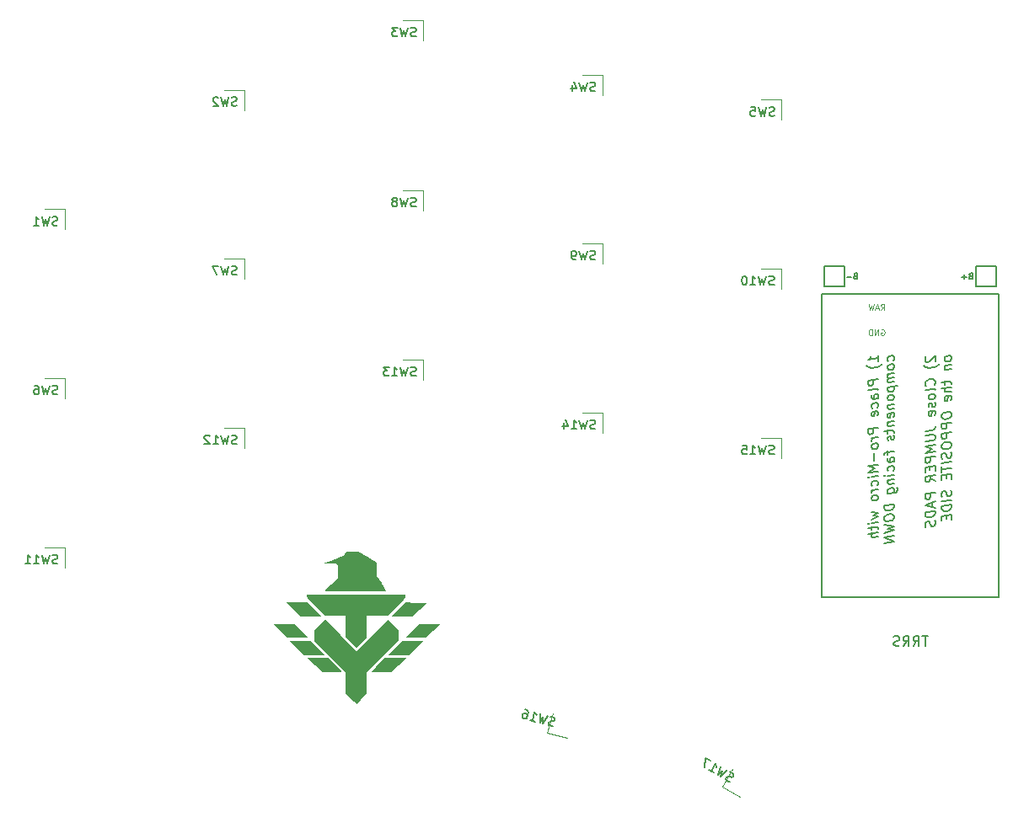
<source format=gbr>
%TF.GenerationSoftware,KiCad,Pcbnew,7.0.2*%
%TF.CreationDate,2023-04-26T16:25:08+02:00*%
%TF.ProjectId,half-swept,68616c66-2d73-4776-9570-742e6b696361,rev?*%
%TF.SameCoordinates,Original*%
%TF.FileFunction,Legend,Bot*%
%TF.FilePolarity,Positive*%
%FSLAX46Y46*%
G04 Gerber Fmt 4.6, Leading zero omitted, Abs format (unit mm)*
G04 Created by KiCad (PCBNEW 7.0.2) date 2023-04-26 16:25:08*
%MOMM*%
%LPD*%
G01*
G04 APERTURE LIST*
%ADD10C,0.120000*%
%ADD11C,0.150000*%
%ADD12C,0.160000*%
G04 APERTURE END LIST*
D10*
X115915255Y-49350371D02*
X116115255Y-49064657D01*
X116258112Y-49350371D02*
X116258112Y-48750371D01*
X116258112Y-48750371D02*
X116029541Y-48750371D01*
X116029541Y-48750371D02*
X115972398Y-48778942D01*
X115972398Y-48778942D02*
X115943827Y-48807514D01*
X115943827Y-48807514D02*
X115915255Y-48864657D01*
X115915255Y-48864657D02*
X115915255Y-48950371D01*
X115915255Y-48950371D02*
X115943827Y-49007514D01*
X115943827Y-49007514D02*
X115972398Y-49036085D01*
X115972398Y-49036085D02*
X116029541Y-49064657D01*
X116029541Y-49064657D02*
X116258112Y-49064657D01*
X115686684Y-49178942D02*
X115400970Y-49178942D01*
X115743827Y-49350371D02*
X115543827Y-48750371D01*
X115543827Y-48750371D02*
X115343827Y-49350371D01*
X115200969Y-48750371D02*
X115058112Y-49350371D01*
X115058112Y-49350371D02*
X114943826Y-48921800D01*
X114943826Y-48921800D02*
X114829541Y-49350371D01*
X114829541Y-49350371D02*
X114686684Y-48750371D01*
D11*
X113358570Y-45937285D02*
X113272856Y-45965857D01*
X113272856Y-45965857D02*
X113244285Y-45994428D01*
X113244285Y-45994428D02*
X113215713Y-46051571D01*
X113215713Y-46051571D02*
X113215713Y-46137285D01*
X113215713Y-46137285D02*
X113244285Y-46194428D01*
X113244285Y-46194428D02*
X113272856Y-46223000D01*
X113272856Y-46223000D02*
X113329999Y-46251571D01*
X113329999Y-46251571D02*
X113558570Y-46251571D01*
X113558570Y-46251571D02*
X113558570Y-45651571D01*
X113558570Y-45651571D02*
X113358570Y-45651571D01*
X113358570Y-45651571D02*
X113301428Y-45680142D01*
X113301428Y-45680142D02*
X113272856Y-45708714D01*
X113272856Y-45708714D02*
X113244285Y-45765857D01*
X113244285Y-45765857D02*
X113244285Y-45823000D01*
X113244285Y-45823000D02*
X113272856Y-45880142D01*
X113272856Y-45880142D02*
X113301428Y-45908714D01*
X113301428Y-45908714D02*
X113358570Y-45937285D01*
X113358570Y-45937285D02*
X113558570Y-45937285D01*
X112958570Y-46023000D02*
X112501428Y-46023000D01*
X120464657Y-54044019D02*
X120417038Y-54097590D01*
X120417038Y-54097590D02*
X120369419Y-54198780D01*
X120369419Y-54198780D02*
X120369419Y-54436876D01*
X120369419Y-54436876D02*
X120417038Y-54526161D01*
X120417038Y-54526161D02*
X120464657Y-54567828D01*
X120464657Y-54567828D02*
X120559895Y-54603542D01*
X120559895Y-54603542D02*
X120655133Y-54591638D01*
X120655133Y-54591638D02*
X120797990Y-54526161D01*
X120797990Y-54526161D02*
X121369419Y-53883304D01*
X121369419Y-53883304D02*
X121369419Y-54502352D01*
X121750371Y-54782114D02*
X121702752Y-54835686D01*
X121702752Y-54835686D02*
X121559895Y-54948781D01*
X121559895Y-54948781D02*
X121464657Y-55008305D01*
X121464657Y-55008305D02*
X121321800Y-55073781D01*
X121321800Y-55073781D02*
X121083704Y-55151162D01*
X121083704Y-55151162D02*
X120893228Y-55174971D01*
X120893228Y-55174971D02*
X120655133Y-55157114D01*
X120655133Y-55157114D02*
X120512276Y-55127352D01*
X120512276Y-55127352D02*
X120417038Y-55091638D01*
X120417038Y-55091638D02*
X120274180Y-55014257D01*
X120274180Y-55014257D02*
X120226561Y-54972590D01*
X121274180Y-56883305D02*
X121321800Y-56829733D01*
X121321800Y-56829733D02*
X121369419Y-56680924D01*
X121369419Y-56680924D02*
X121369419Y-56585686D01*
X121369419Y-56585686D02*
X121321800Y-56448781D01*
X121321800Y-56448781D02*
X121226561Y-56365448D01*
X121226561Y-56365448D02*
X121131323Y-56329733D01*
X121131323Y-56329733D02*
X120940847Y-56305924D01*
X120940847Y-56305924D02*
X120797990Y-56323781D01*
X120797990Y-56323781D02*
X120607514Y-56395209D01*
X120607514Y-56395209D02*
X120512276Y-56454733D01*
X120512276Y-56454733D02*
X120417038Y-56561876D01*
X120417038Y-56561876D02*
X120369419Y-56710686D01*
X120369419Y-56710686D02*
X120369419Y-56805924D01*
X120369419Y-56805924D02*
X120417038Y-56942829D01*
X120417038Y-56942829D02*
X120464657Y-56984495D01*
X121369419Y-57436877D02*
X121321800Y-57347591D01*
X121321800Y-57347591D02*
X121226561Y-57311877D01*
X121226561Y-57311877D02*
X120369419Y-57419019D01*
X121369419Y-57954734D02*
X121321800Y-57865448D01*
X121321800Y-57865448D02*
X121274180Y-57823781D01*
X121274180Y-57823781D02*
X121178942Y-57788067D01*
X121178942Y-57788067D02*
X120893228Y-57823781D01*
X120893228Y-57823781D02*
X120797990Y-57883305D01*
X120797990Y-57883305D02*
X120750371Y-57936876D01*
X120750371Y-57936876D02*
X120702752Y-58038067D01*
X120702752Y-58038067D02*
X120702752Y-58180924D01*
X120702752Y-58180924D02*
X120750371Y-58270210D01*
X120750371Y-58270210D02*
X120797990Y-58311876D01*
X120797990Y-58311876D02*
X120893228Y-58347591D01*
X120893228Y-58347591D02*
X121178942Y-58311876D01*
X121178942Y-58311876D02*
X121274180Y-58252353D01*
X121274180Y-58252353D02*
X121321800Y-58198781D01*
X121321800Y-58198781D02*
X121369419Y-58097591D01*
X121369419Y-58097591D02*
X121369419Y-57954734D01*
X121321800Y-58669020D02*
X121369419Y-58758305D01*
X121369419Y-58758305D02*
X121369419Y-58948782D01*
X121369419Y-58948782D02*
X121321800Y-59049972D01*
X121321800Y-59049972D02*
X121226561Y-59109496D01*
X121226561Y-59109496D02*
X121178942Y-59115448D01*
X121178942Y-59115448D02*
X121083704Y-59079734D01*
X121083704Y-59079734D02*
X121036085Y-58990448D01*
X121036085Y-58990448D02*
X121036085Y-58847591D01*
X121036085Y-58847591D02*
X120988466Y-58758305D01*
X120988466Y-58758305D02*
X120893228Y-58722591D01*
X120893228Y-58722591D02*
X120845609Y-58728544D01*
X120845609Y-58728544D02*
X120750371Y-58788067D01*
X120750371Y-58788067D02*
X120702752Y-58889258D01*
X120702752Y-58889258D02*
X120702752Y-59032115D01*
X120702752Y-59032115D02*
X120750371Y-59121401D01*
X121321800Y-59901162D02*
X121369419Y-59799972D01*
X121369419Y-59799972D02*
X121369419Y-59609495D01*
X121369419Y-59609495D02*
X121321800Y-59520210D01*
X121321800Y-59520210D02*
X121226561Y-59484495D01*
X121226561Y-59484495D02*
X120845609Y-59532115D01*
X120845609Y-59532115D02*
X120750371Y-59591638D01*
X120750371Y-59591638D02*
X120702752Y-59692829D01*
X120702752Y-59692829D02*
X120702752Y-59883305D01*
X120702752Y-59883305D02*
X120750371Y-59972591D01*
X120750371Y-59972591D02*
X120845609Y-60008305D01*
X120845609Y-60008305D02*
X120940847Y-59996400D01*
X120940847Y-59996400D02*
X121036085Y-59508305D01*
X120369419Y-61538067D02*
X121083704Y-61448781D01*
X121083704Y-61448781D02*
X121226561Y-61383305D01*
X121226561Y-61383305D02*
X121321800Y-61276162D01*
X121321800Y-61276162D02*
X121369419Y-61127352D01*
X121369419Y-61127352D02*
X121369419Y-61032114D01*
X120369419Y-62008304D02*
X121178942Y-61907114D01*
X121178942Y-61907114D02*
X121274180Y-61942828D01*
X121274180Y-61942828D02*
X121321800Y-61984495D01*
X121321800Y-61984495D02*
X121369419Y-62073781D01*
X121369419Y-62073781D02*
X121369419Y-62264257D01*
X121369419Y-62264257D02*
X121321800Y-62365447D01*
X121321800Y-62365447D02*
X121274180Y-62419019D01*
X121274180Y-62419019D02*
X121178942Y-62478542D01*
X121178942Y-62478542D02*
X120369419Y-62579733D01*
X121369419Y-62924971D02*
X120369419Y-63049971D01*
X120369419Y-63049971D02*
X121083704Y-63294019D01*
X121083704Y-63294019D02*
X120369419Y-63716638D01*
X120369419Y-63716638D02*
X121369419Y-63591638D01*
X121369419Y-64061876D02*
X120369419Y-64186876D01*
X120369419Y-64186876D02*
X120369419Y-64567829D01*
X120369419Y-64567829D02*
X120417038Y-64657114D01*
X120417038Y-64657114D02*
X120464657Y-64698781D01*
X120464657Y-64698781D02*
X120559895Y-64734495D01*
X120559895Y-64734495D02*
X120702752Y-64716638D01*
X120702752Y-64716638D02*
X120797990Y-64657114D01*
X120797990Y-64657114D02*
X120845609Y-64603543D01*
X120845609Y-64603543D02*
X120893228Y-64502353D01*
X120893228Y-64502353D02*
X120893228Y-64121400D01*
X120845609Y-65121401D02*
X120845609Y-65454734D01*
X121369419Y-65532115D02*
X121369419Y-65055924D01*
X121369419Y-65055924D02*
X120369419Y-65180924D01*
X120369419Y-65180924D02*
X120369419Y-65657115D01*
X121369419Y-66526163D02*
X120893228Y-66252353D01*
X121369419Y-65954734D02*
X120369419Y-66079734D01*
X120369419Y-66079734D02*
X120369419Y-66460687D01*
X120369419Y-66460687D02*
X120417038Y-66549972D01*
X120417038Y-66549972D02*
X120464657Y-66591639D01*
X120464657Y-66591639D02*
X120559895Y-66627353D01*
X120559895Y-66627353D02*
X120702752Y-66609496D01*
X120702752Y-66609496D02*
X120797990Y-66549972D01*
X120797990Y-66549972D02*
X120845609Y-66496401D01*
X120845609Y-66496401D02*
X120893228Y-66395211D01*
X120893228Y-66395211D02*
X120893228Y-66014258D01*
X121369419Y-67710687D02*
X120369419Y-67835687D01*
X120369419Y-67835687D02*
X120369419Y-68216640D01*
X120369419Y-68216640D02*
X120417038Y-68305925D01*
X120417038Y-68305925D02*
X120464657Y-68347592D01*
X120464657Y-68347592D02*
X120559895Y-68383306D01*
X120559895Y-68383306D02*
X120702752Y-68365449D01*
X120702752Y-68365449D02*
X120797990Y-68305925D01*
X120797990Y-68305925D02*
X120845609Y-68252354D01*
X120845609Y-68252354D02*
X120893228Y-68151164D01*
X120893228Y-68151164D02*
X120893228Y-67770211D01*
X121083704Y-68692831D02*
X121083704Y-69169021D01*
X121369419Y-68561878D02*
X120369419Y-69020212D01*
X120369419Y-69020212D02*
X121369419Y-69228545D01*
X121369419Y-69555925D02*
X120369419Y-69680925D01*
X120369419Y-69680925D02*
X120369419Y-69919021D01*
X120369419Y-69919021D02*
X120417038Y-70055925D01*
X120417038Y-70055925D02*
X120512276Y-70139259D01*
X120512276Y-70139259D02*
X120607514Y-70174973D01*
X120607514Y-70174973D02*
X120797990Y-70198783D01*
X120797990Y-70198783D02*
X120940847Y-70180925D01*
X120940847Y-70180925D02*
X121131323Y-70109497D01*
X121131323Y-70109497D02*
X121226561Y-70049973D01*
X121226561Y-70049973D02*
X121321800Y-69942830D01*
X121321800Y-69942830D02*
X121369419Y-69794021D01*
X121369419Y-69794021D02*
X121369419Y-69555925D01*
X121321800Y-70508307D02*
X121369419Y-70645211D01*
X121369419Y-70645211D02*
X121369419Y-70883307D01*
X121369419Y-70883307D02*
X121321800Y-70984497D01*
X121321800Y-70984497D02*
X121274180Y-71038069D01*
X121274180Y-71038069D02*
X121178942Y-71097592D01*
X121178942Y-71097592D02*
X121083704Y-71109497D01*
X121083704Y-71109497D02*
X120988466Y-71073783D01*
X120988466Y-71073783D02*
X120940847Y-71032116D01*
X120940847Y-71032116D02*
X120893228Y-70942831D01*
X120893228Y-70942831D02*
X120845609Y-70758307D01*
X120845609Y-70758307D02*
X120797990Y-70669021D01*
X120797990Y-70669021D02*
X120750371Y-70627354D01*
X120750371Y-70627354D02*
X120655133Y-70591640D01*
X120655133Y-70591640D02*
X120559895Y-70603545D01*
X120559895Y-70603545D02*
X120464657Y-70663069D01*
X120464657Y-70663069D02*
X120417038Y-70716640D01*
X120417038Y-70716640D02*
X120369419Y-70817831D01*
X120369419Y-70817831D02*
X120369419Y-71055926D01*
X120369419Y-71055926D02*
X120417038Y-71192831D01*
X122989419Y-54121400D02*
X122941800Y-54032114D01*
X122941800Y-54032114D02*
X122894180Y-53990447D01*
X122894180Y-53990447D02*
X122798942Y-53954733D01*
X122798942Y-53954733D02*
X122513228Y-53990447D01*
X122513228Y-53990447D02*
X122417990Y-54049971D01*
X122417990Y-54049971D02*
X122370371Y-54103542D01*
X122370371Y-54103542D02*
X122322752Y-54204733D01*
X122322752Y-54204733D02*
X122322752Y-54347590D01*
X122322752Y-54347590D02*
X122370371Y-54436876D01*
X122370371Y-54436876D02*
X122417990Y-54478542D01*
X122417990Y-54478542D02*
X122513228Y-54514257D01*
X122513228Y-54514257D02*
X122798942Y-54478542D01*
X122798942Y-54478542D02*
X122894180Y-54419019D01*
X122894180Y-54419019D02*
X122941800Y-54365447D01*
X122941800Y-54365447D02*
X122989419Y-54264257D01*
X122989419Y-54264257D02*
X122989419Y-54121400D01*
X122322752Y-54960686D02*
X122989419Y-54877352D01*
X122417990Y-54948781D02*
X122370371Y-55002352D01*
X122370371Y-55002352D02*
X122322752Y-55103543D01*
X122322752Y-55103543D02*
X122322752Y-55246400D01*
X122322752Y-55246400D02*
X122370371Y-55335686D01*
X122370371Y-55335686D02*
X122465609Y-55371400D01*
X122465609Y-55371400D02*
X122989419Y-55305924D01*
X122322752Y-56478544D02*
X122322752Y-56859496D01*
X121989419Y-56663067D02*
X122846561Y-56555925D01*
X122846561Y-56555925D02*
X122941800Y-56591639D01*
X122941800Y-56591639D02*
X122989419Y-56680925D01*
X122989419Y-56680925D02*
X122989419Y-56776163D01*
X122989419Y-57103543D02*
X121989419Y-57228543D01*
X122989419Y-57532115D02*
X122465609Y-57597591D01*
X122465609Y-57597591D02*
X122370371Y-57561877D01*
X122370371Y-57561877D02*
X122322752Y-57472591D01*
X122322752Y-57472591D02*
X122322752Y-57329734D01*
X122322752Y-57329734D02*
X122370371Y-57228543D01*
X122370371Y-57228543D02*
X122417990Y-57174972D01*
X122941800Y-58389258D02*
X122989419Y-58288068D01*
X122989419Y-58288068D02*
X122989419Y-58097591D01*
X122989419Y-58097591D02*
X122941800Y-58008306D01*
X122941800Y-58008306D02*
X122846561Y-57972591D01*
X122846561Y-57972591D02*
X122465609Y-58020211D01*
X122465609Y-58020211D02*
X122370371Y-58079734D01*
X122370371Y-58079734D02*
X122322752Y-58180925D01*
X122322752Y-58180925D02*
X122322752Y-58371401D01*
X122322752Y-58371401D02*
X122370371Y-58460687D01*
X122370371Y-58460687D02*
X122465609Y-58496401D01*
X122465609Y-58496401D02*
X122560847Y-58484496D01*
X122560847Y-58484496D02*
X122656085Y-57996401D01*
X121989419Y-59930925D02*
X121989419Y-60121401D01*
X121989419Y-60121401D02*
X122037038Y-60210686D01*
X122037038Y-60210686D02*
X122132276Y-60294020D01*
X122132276Y-60294020D02*
X122322752Y-60317829D01*
X122322752Y-60317829D02*
X122656085Y-60276163D01*
X122656085Y-60276163D02*
X122846561Y-60204734D01*
X122846561Y-60204734D02*
X122941800Y-60097591D01*
X122941800Y-60097591D02*
X122989419Y-59996401D01*
X122989419Y-59996401D02*
X122989419Y-59805925D01*
X122989419Y-59805925D02*
X122941800Y-59716639D01*
X122941800Y-59716639D02*
X122846561Y-59633306D01*
X122846561Y-59633306D02*
X122656085Y-59609496D01*
X122656085Y-59609496D02*
X122322752Y-59651163D01*
X122322752Y-59651163D02*
X122132276Y-59722591D01*
X122132276Y-59722591D02*
X122037038Y-59829734D01*
X122037038Y-59829734D02*
X121989419Y-59930925D01*
X122989419Y-60657115D02*
X121989419Y-60782115D01*
X121989419Y-60782115D02*
X121989419Y-61163068D01*
X121989419Y-61163068D02*
X122037038Y-61252353D01*
X122037038Y-61252353D02*
X122084657Y-61294020D01*
X122084657Y-61294020D02*
X122179895Y-61329734D01*
X122179895Y-61329734D02*
X122322752Y-61311877D01*
X122322752Y-61311877D02*
X122417990Y-61252353D01*
X122417990Y-61252353D02*
X122465609Y-61198782D01*
X122465609Y-61198782D02*
X122513228Y-61097592D01*
X122513228Y-61097592D02*
X122513228Y-60716639D01*
X122989419Y-61651163D02*
X121989419Y-61776163D01*
X121989419Y-61776163D02*
X121989419Y-62157116D01*
X121989419Y-62157116D02*
X122037038Y-62246401D01*
X122037038Y-62246401D02*
X122084657Y-62288068D01*
X122084657Y-62288068D02*
X122179895Y-62323782D01*
X122179895Y-62323782D02*
X122322752Y-62305925D01*
X122322752Y-62305925D02*
X122417990Y-62246401D01*
X122417990Y-62246401D02*
X122465609Y-62192830D01*
X122465609Y-62192830D02*
X122513228Y-62091640D01*
X122513228Y-62091640D02*
X122513228Y-61710687D01*
X121989419Y-62960688D02*
X121989419Y-63151164D01*
X121989419Y-63151164D02*
X122037038Y-63240449D01*
X122037038Y-63240449D02*
X122132276Y-63323783D01*
X122132276Y-63323783D02*
X122322752Y-63347592D01*
X122322752Y-63347592D02*
X122656085Y-63305926D01*
X122656085Y-63305926D02*
X122846561Y-63234497D01*
X122846561Y-63234497D02*
X122941800Y-63127354D01*
X122941800Y-63127354D02*
X122989419Y-63026164D01*
X122989419Y-63026164D02*
X122989419Y-62835688D01*
X122989419Y-62835688D02*
X122941800Y-62746402D01*
X122941800Y-62746402D02*
X122846561Y-62663069D01*
X122846561Y-62663069D02*
X122656085Y-62639259D01*
X122656085Y-62639259D02*
X122322752Y-62680926D01*
X122322752Y-62680926D02*
X122132276Y-62752354D01*
X122132276Y-62752354D02*
X122037038Y-62859497D01*
X122037038Y-62859497D02*
X121989419Y-62960688D01*
X122941800Y-63645212D02*
X122989419Y-63782116D01*
X122989419Y-63782116D02*
X122989419Y-64020212D01*
X122989419Y-64020212D02*
X122941800Y-64121402D01*
X122941800Y-64121402D02*
X122894180Y-64174974D01*
X122894180Y-64174974D02*
X122798942Y-64234497D01*
X122798942Y-64234497D02*
X122703704Y-64246402D01*
X122703704Y-64246402D02*
X122608466Y-64210688D01*
X122608466Y-64210688D02*
X122560847Y-64169021D01*
X122560847Y-64169021D02*
X122513228Y-64079736D01*
X122513228Y-64079736D02*
X122465609Y-63895212D01*
X122465609Y-63895212D02*
X122417990Y-63805926D01*
X122417990Y-63805926D02*
X122370371Y-63764259D01*
X122370371Y-63764259D02*
X122275133Y-63728545D01*
X122275133Y-63728545D02*
X122179895Y-63740450D01*
X122179895Y-63740450D02*
X122084657Y-63799974D01*
X122084657Y-63799974D02*
X122037038Y-63853545D01*
X122037038Y-63853545D02*
X121989419Y-63954736D01*
X121989419Y-63954736D02*
X121989419Y-64192831D01*
X121989419Y-64192831D02*
X122037038Y-64329736D01*
X122989419Y-64633307D02*
X121989419Y-64758307D01*
X121989419Y-65085688D02*
X121989419Y-65657117D01*
X122989419Y-65246403D02*
X121989419Y-65371403D01*
X122465609Y-65924974D02*
X122465609Y-66258307D01*
X122989419Y-66335688D02*
X122989419Y-65859497D01*
X122989419Y-65859497D02*
X121989419Y-65984497D01*
X121989419Y-65984497D02*
X121989419Y-66460688D01*
X122941800Y-67478546D02*
X122989419Y-67615450D01*
X122989419Y-67615450D02*
X122989419Y-67853546D01*
X122989419Y-67853546D02*
X122941800Y-67954736D01*
X122941800Y-67954736D02*
X122894180Y-68008308D01*
X122894180Y-68008308D02*
X122798942Y-68067831D01*
X122798942Y-68067831D02*
X122703704Y-68079736D01*
X122703704Y-68079736D02*
X122608466Y-68044022D01*
X122608466Y-68044022D02*
X122560847Y-68002355D01*
X122560847Y-68002355D02*
X122513228Y-67913070D01*
X122513228Y-67913070D02*
X122465609Y-67728546D01*
X122465609Y-67728546D02*
X122417990Y-67639260D01*
X122417990Y-67639260D02*
X122370371Y-67597593D01*
X122370371Y-67597593D02*
X122275133Y-67561879D01*
X122275133Y-67561879D02*
X122179895Y-67573784D01*
X122179895Y-67573784D02*
X122084657Y-67633308D01*
X122084657Y-67633308D02*
X122037038Y-67686879D01*
X122037038Y-67686879D02*
X121989419Y-67788070D01*
X121989419Y-67788070D02*
X121989419Y-68026165D01*
X121989419Y-68026165D02*
X122037038Y-68163070D01*
X122989419Y-68466641D02*
X121989419Y-68591641D01*
X122989419Y-68936879D02*
X121989419Y-69061879D01*
X121989419Y-69061879D02*
X121989419Y-69299975D01*
X121989419Y-69299975D02*
X122037038Y-69436879D01*
X122037038Y-69436879D02*
X122132276Y-69520213D01*
X122132276Y-69520213D02*
X122227514Y-69555927D01*
X122227514Y-69555927D02*
X122417990Y-69579737D01*
X122417990Y-69579737D02*
X122560847Y-69561879D01*
X122560847Y-69561879D02*
X122751323Y-69490451D01*
X122751323Y-69490451D02*
X122846561Y-69430927D01*
X122846561Y-69430927D02*
X122941800Y-69323784D01*
X122941800Y-69323784D02*
X122989419Y-69174975D01*
X122989419Y-69174975D02*
X122989419Y-68936879D01*
X122465609Y-69996404D02*
X122465609Y-70329737D01*
X122989419Y-70407118D02*
X122989419Y-69930927D01*
X122989419Y-69930927D02*
X121989419Y-70055927D01*
X121989419Y-70055927D02*
X121989419Y-70532118D01*
D10*
X115943827Y-51318942D02*
X116000970Y-51290371D01*
X116000970Y-51290371D02*
X116086684Y-51290371D01*
X116086684Y-51290371D02*
X116172398Y-51318942D01*
X116172398Y-51318942D02*
X116229541Y-51376085D01*
X116229541Y-51376085D02*
X116258112Y-51433228D01*
X116258112Y-51433228D02*
X116286684Y-51547514D01*
X116286684Y-51547514D02*
X116286684Y-51633228D01*
X116286684Y-51633228D02*
X116258112Y-51747514D01*
X116258112Y-51747514D02*
X116229541Y-51804657D01*
X116229541Y-51804657D02*
X116172398Y-51861800D01*
X116172398Y-51861800D02*
X116086684Y-51890371D01*
X116086684Y-51890371D02*
X116029541Y-51890371D01*
X116029541Y-51890371D02*
X115943827Y-51861800D01*
X115943827Y-51861800D02*
X115915255Y-51833228D01*
X115915255Y-51833228D02*
X115915255Y-51633228D01*
X115915255Y-51633228D02*
X116029541Y-51633228D01*
X115658112Y-51890371D02*
X115658112Y-51290371D01*
X115658112Y-51290371D02*
X115315255Y-51890371D01*
X115315255Y-51890371D02*
X115315255Y-51290371D01*
X115029541Y-51890371D02*
X115029541Y-51290371D01*
X115029541Y-51290371D02*
X114886684Y-51290371D01*
X114886684Y-51290371D02*
X114800970Y-51318942D01*
X114800970Y-51318942D02*
X114743827Y-51376085D01*
X114743827Y-51376085D02*
X114715256Y-51433228D01*
X114715256Y-51433228D02*
X114686684Y-51547514D01*
X114686684Y-51547514D02*
X114686684Y-51633228D01*
X114686684Y-51633228D02*
X114715256Y-51747514D01*
X114715256Y-51747514D02*
X114743827Y-51804657D01*
X114743827Y-51804657D02*
X114800970Y-51861800D01*
X114800970Y-51861800D02*
X114886684Y-51890371D01*
X114886684Y-51890371D02*
X115029541Y-51890371D01*
D11*
X115629019Y-54502352D02*
X115629019Y-53930923D01*
X115629019Y-54216638D02*
X114629019Y-54341638D01*
X114629019Y-54341638D02*
X114771876Y-54228542D01*
X114771876Y-54228542D02*
X114867114Y-54121400D01*
X114867114Y-54121400D02*
X114914733Y-54020209D01*
X116009971Y-54782114D02*
X115962352Y-54835686D01*
X115962352Y-54835686D02*
X115819495Y-54948781D01*
X115819495Y-54948781D02*
X115724257Y-55008305D01*
X115724257Y-55008305D02*
X115581400Y-55073781D01*
X115581400Y-55073781D02*
X115343304Y-55151162D01*
X115343304Y-55151162D02*
X115152828Y-55174971D01*
X115152828Y-55174971D02*
X114914733Y-55157114D01*
X114914733Y-55157114D02*
X114771876Y-55127352D01*
X114771876Y-55127352D02*
X114676638Y-55091638D01*
X114676638Y-55091638D02*
X114533780Y-55014257D01*
X114533780Y-55014257D02*
X114486161Y-54972590D01*
X115629019Y-56299971D02*
X114629019Y-56424971D01*
X114629019Y-56424971D02*
X114629019Y-56805924D01*
X114629019Y-56805924D02*
X114676638Y-56895209D01*
X114676638Y-56895209D02*
X114724257Y-56936876D01*
X114724257Y-56936876D02*
X114819495Y-56972590D01*
X114819495Y-56972590D02*
X114962352Y-56954733D01*
X114962352Y-56954733D02*
X115057590Y-56895209D01*
X115057590Y-56895209D02*
X115105209Y-56841638D01*
X115105209Y-56841638D02*
X115152828Y-56740448D01*
X115152828Y-56740448D02*
X115152828Y-56359495D01*
X115629019Y-57436877D02*
X115581400Y-57347591D01*
X115581400Y-57347591D02*
X115486161Y-57311877D01*
X115486161Y-57311877D02*
X114629019Y-57419019D01*
X115629019Y-58240448D02*
X115105209Y-58305924D01*
X115105209Y-58305924D02*
X115009971Y-58270210D01*
X115009971Y-58270210D02*
X114962352Y-58180924D01*
X114962352Y-58180924D02*
X114962352Y-57990448D01*
X114962352Y-57990448D02*
X115009971Y-57889257D01*
X115581400Y-58246400D02*
X115629019Y-58145210D01*
X115629019Y-58145210D02*
X115629019Y-57907114D01*
X115629019Y-57907114D02*
X115581400Y-57817829D01*
X115581400Y-57817829D02*
X115486161Y-57782114D01*
X115486161Y-57782114D02*
X115390923Y-57794019D01*
X115390923Y-57794019D02*
X115295685Y-57853543D01*
X115295685Y-57853543D02*
X115248066Y-57954734D01*
X115248066Y-57954734D02*
X115248066Y-58192829D01*
X115248066Y-58192829D02*
X115200447Y-58294019D01*
X115581400Y-59145210D02*
X115629019Y-59044020D01*
X115629019Y-59044020D02*
X115629019Y-58853544D01*
X115629019Y-58853544D02*
X115581400Y-58764258D01*
X115581400Y-58764258D02*
X115533780Y-58722591D01*
X115533780Y-58722591D02*
X115438542Y-58686877D01*
X115438542Y-58686877D02*
X115152828Y-58722591D01*
X115152828Y-58722591D02*
X115057590Y-58782115D01*
X115057590Y-58782115D02*
X115009971Y-58835686D01*
X115009971Y-58835686D02*
X114962352Y-58936877D01*
X114962352Y-58936877D02*
X114962352Y-59127353D01*
X114962352Y-59127353D02*
X115009971Y-59216639D01*
X115581400Y-59948781D02*
X115629019Y-59847591D01*
X115629019Y-59847591D02*
X115629019Y-59657114D01*
X115629019Y-59657114D02*
X115581400Y-59567829D01*
X115581400Y-59567829D02*
X115486161Y-59532114D01*
X115486161Y-59532114D02*
X115105209Y-59579734D01*
X115105209Y-59579734D02*
X115009971Y-59639257D01*
X115009971Y-59639257D02*
X114962352Y-59740448D01*
X114962352Y-59740448D02*
X114962352Y-59930924D01*
X114962352Y-59930924D02*
X115009971Y-60020210D01*
X115009971Y-60020210D02*
X115105209Y-60055924D01*
X115105209Y-60055924D02*
X115200447Y-60044019D01*
X115200447Y-60044019D02*
X115295685Y-59555924D01*
X115629019Y-61174971D02*
X114629019Y-61299971D01*
X114629019Y-61299971D02*
X114629019Y-61680924D01*
X114629019Y-61680924D02*
X114676638Y-61770209D01*
X114676638Y-61770209D02*
X114724257Y-61811876D01*
X114724257Y-61811876D02*
X114819495Y-61847590D01*
X114819495Y-61847590D02*
X114962352Y-61829733D01*
X114962352Y-61829733D02*
X115057590Y-61770209D01*
X115057590Y-61770209D02*
X115105209Y-61716638D01*
X115105209Y-61716638D02*
X115152828Y-61615448D01*
X115152828Y-61615448D02*
X115152828Y-61234495D01*
X115629019Y-62169019D02*
X114962352Y-62252353D01*
X115152828Y-62228543D02*
X115057590Y-62288067D01*
X115057590Y-62288067D02*
X115009971Y-62341638D01*
X115009971Y-62341638D02*
X114962352Y-62442829D01*
X114962352Y-62442829D02*
X114962352Y-62538067D01*
X115629019Y-62924972D02*
X115581400Y-62835686D01*
X115581400Y-62835686D02*
X115533780Y-62794019D01*
X115533780Y-62794019D02*
X115438542Y-62758305D01*
X115438542Y-62758305D02*
X115152828Y-62794019D01*
X115152828Y-62794019D02*
X115057590Y-62853543D01*
X115057590Y-62853543D02*
X115009971Y-62907114D01*
X115009971Y-62907114D02*
X114962352Y-63008305D01*
X114962352Y-63008305D02*
X114962352Y-63151162D01*
X114962352Y-63151162D02*
X115009971Y-63240448D01*
X115009971Y-63240448D02*
X115057590Y-63282114D01*
X115057590Y-63282114D02*
X115152828Y-63317829D01*
X115152828Y-63317829D02*
X115438542Y-63282114D01*
X115438542Y-63282114D02*
X115533780Y-63222591D01*
X115533780Y-63222591D02*
X115581400Y-63169019D01*
X115581400Y-63169019D02*
X115629019Y-63067829D01*
X115629019Y-63067829D02*
X115629019Y-62924972D01*
X115248066Y-63728543D02*
X115248066Y-64490448D01*
X115629019Y-64919019D02*
X114629019Y-65044019D01*
X114629019Y-65044019D02*
X115343304Y-65288067D01*
X115343304Y-65288067D02*
X114629019Y-65710686D01*
X114629019Y-65710686D02*
X115629019Y-65585686D01*
X115629019Y-66055924D02*
X114962352Y-66139258D01*
X114629019Y-66180924D02*
X114676638Y-66127353D01*
X114676638Y-66127353D02*
X114724257Y-66169020D01*
X114724257Y-66169020D02*
X114676638Y-66222591D01*
X114676638Y-66222591D02*
X114629019Y-66180924D01*
X114629019Y-66180924D02*
X114724257Y-66169020D01*
X115581400Y-66960686D02*
X115629019Y-66859496D01*
X115629019Y-66859496D02*
X115629019Y-66669020D01*
X115629019Y-66669020D02*
X115581400Y-66579734D01*
X115581400Y-66579734D02*
X115533780Y-66538067D01*
X115533780Y-66538067D02*
X115438542Y-66502353D01*
X115438542Y-66502353D02*
X115152828Y-66538067D01*
X115152828Y-66538067D02*
X115057590Y-66597591D01*
X115057590Y-66597591D02*
X115009971Y-66651162D01*
X115009971Y-66651162D02*
X114962352Y-66752353D01*
X114962352Y-66752353D02*
X114962352Y-66942829D01*
X114962352Y-66942829D02*
X115009971Y-67032115D01*
X115629019Y-67377352D02*
X114962352Y-67460686D01*
X115152828Y-67436876D02*
X115057590Y-67496400D01*
X115057590Y-67496400D02*
X115009971Y-67549971D01*
X115009971Y-67549971D02*
X114962352Y-67651162D01*
X114962352Y-67651162D02*
X114962352Y-67746400D01*
X115629019Y-68133305D02*
X115581400Y-68044019D01*
X115581400Y-68044019D02*
X115533780Y-68002352D01*
X115533780Y-68002352D02*
X115438542Y-67966638D01*
X115438542Y-67966638D02*
X115152828Y-68002352D01*
X115152828Y-68002352D02*
X115057590Y-68061876D01*
X115057590Y-68061876D02*
X115009971Y-68115447D01*
X115009971Y-68115447D02*
X114962352Y-68216638D01*
X114962352Y-68216638D02*
X114962352Y-68359495D01*
X114962352Y-68359495D02*
X115009971Y-68448781D01*
X115009971Y-68448781D02*
X115057590Y-68490447D01*
X115057590Y-68490447D02*
X115152828Y-68526162D01*
X115152828Y-68526162D02*
X115438542Y-68490447D01*
X115438542Y-68490447D02*
X115533780Y-68430924D01*
X115533780Y-68430924D02*
X115581400Y-68377352D01*
X115581400Y-68377352D02*
X115629019Y-68276162D01*
X115629019Y-68276162D02*
X115629019Y-68133305D01*
X114962352Y-69639258D02*
X115629019Y-69746400D01*
X115629019Y-69746400D02*
X115152828Y-69996400D01*
X115152828Y-69996400D02*
X115629019Y-70127353D01*
X115629019Y-70127353D02*
X114962352Y-70401162D01*
X115629019Y-70692829D02*
X114962352Y-70776163D01*
X114629019Y-70817829D02*
X114676638Y-70764258D01*
X114676638Y-70764258D02*
X114724257Y-70805925D01*
X114724257Y-70805925D02*
X114676638Y-70859496D01*
X114676638Y-70859496D02*
X114629019Y-70817829D01*
X114629019Y-70817829D02*
X114724257Y-70805925D01*
X114962352Y-71103544D02*
X114962352Y-71484496D01*
X114629019Y-71288067D02*
X115486161Y-71180925D01*
X115486161Y-71180925D02*
X115581400Y-71216639D01*
X115581400Y-71216639D02*
X115629019Y-71305925D01*
X115629019Y-71305925D02*
X115629019Y-71401163D01*
X115629019Y-71728543D02*
X114629019Y-71853543D01*
X115629019Y-72157115D02*
X115105209Y-72222591D01*
X115105209Y-72222591D02*
X115009971Y-72186877D01*
X115009971Y-72186877D02*
X114962352Y-72097591D01*
X114962352Y-72097591D02*
X114962352Y-71954734D01*
X114962352Y-71954734D02*
X115009971Y-71853543D01*
X115009971Y-71853543D02*
X115057590Y-71799972D01*
X117201400Y-54413066D02*
X117249019Y-54311876D01*
X117249019Y-54311876D02*
X117249019Y-54121400D01*
X117249019Y-54121400D02*
X117201400Y-54032114D01*
X117201400Y-54032114D02*
X117153780Y-53990447D01*
X117153780Y-53990447D02*
X117058542Y-53954733D01*
X117058542Y-53954733D02*
X116772828Y-53990447D01*
X116772828Y-53990447D02*
X116677590Y-54049971D01*
X116677590Y-54049971D02*
X116629971Y-54103542D01*
X116629971Y-54103542D02*
X116582352Y-54204733D01*
X116582352Y-54204733D02*
X116582352Y-54395209D01*
X116582352Y-54395209D02*
X116629971Y-54484495D01*
X117249019Y-54972590D02*
X117201400Y-54883304D01*
X117201400Y-54883304D02*
X117153780Y-54841637D01*
X117153780Y-54841637D02*
X117058542Y-54805923D01*
X117058542Y-54805923D02*
X116772828Y-54841637D01*
X116772828Y-54841637D02*
X116677590Y-54901161D01*
X116677590Y-54901161D02*
X116629971Y-54954732D01*
X116629971Y-54954732D02*
X116582352Y-55055923D01*
X116582352Y-55055923D02*
X116582352Y-55198780D01*
X116582352Y-55198780D02*
X116629971Y-55288066D01*
X116629971Y-55288066D02*
X116677590Y-55329732D01*
X116677590Y-55329732D02*
X116772828Y-55365447D01*
X116772828Y-55365447D02*
X117058542Y-55329732D01*
X117058542Y-55329732D02*
X117153780Y-55270209D01*
X117153780Y-55270209D02*
X117201400Y-55216637D01*
X117201400Y-55216637D02*
X117249019Y-55115447D01*
X117249019Y-55115447D02*
X117249019Y-54972590D01*
X117249019Y-55728542D02*
X116582352Y-55811876D01*
X116677590Y-55799971D02*
X116629971Y-55853542D01*
X116629971Y-55853542D02*
X116582352Y-55954733D01*
X116582352Y-55954733D02*
X116582352Y-56097590D01*
X116582352Y-56097590D02*
X116629971Y-56186876D01*
X116629971Y-56186876D02*
X116725209Y-56222590D01*
X116725209Y-56222590D02*
X117249019Y-56157114D01*
X116725209Y-56222590D02*
X116629971Y-56282114D01*
X116629971Y-56282114D02*
X116582352Y-56383304D01*
X116582352Y-56383304D02*
X116582352Y-56526161D01*
X116582352Y-56526161D02*
X116629971Y-56615447D01*
X116629971Y-56615447D02*
X116725209Y-56651161D01*
X116725209Y-56651161D02*
X117249019Y-56585685D01*
X116582352Y-57139257D02*
X117582352Y-57014257D01*
X116629971Y-57133304D02*
X116582352Y-57234495D01*
X116582352Y-57234495D02*
X116582352Y-57424971D01*
X116582352Y-57424971D02*
X116629971Y-57514257D01*
X116629971Y-57514257D02*
X116677590Y-57555923D01*
X116677590Y-57555923D02*
X116772828Y-57591638D01*
X116772828Y-57591638D02*
X117058542Y-57555923D01*
X117058542Y-57555923D02*
X117153780Y-57496400D01*
X117153780Y-57496400D02*
X117201400Y-57442828D01*
X117201400Y-57442828D02*
X117249019Y-57341638D01*
X117249019Y-57341638D02*
X117249019Y-57151161D01*
X117249019Y-57151161D02*
X117201400Y-57061876D01*
X117249019Y-58055924D02*
X117201400Y-57966638D01*
X117201400Y-57966638D02*
X117153780Y-57924971D01*
X117153780Y-57924971D02*
X117058542Y-57889257D01*
X117058542Y-57889257D02*
X116772828Y-57924971D01*
X116772828Y-57924971D02*
X116677590Y-57984495D01*
X116677590Y-57984495D02*
X116629971Y-58038066D01*
X116629971Y-58038066D02*
X116582352Y-58139257D01*
X116582352Y-58139257D02*
X116582352Y-58282114D01*
X116582352Y-58282114D02*
X116629971Y-58371400D01*
X116629971Y-58371400D02*
X116677590Y-58413066D01*
X116677590Y-58413066D02*
X116772828Y-58448781D01*
X116772828Y-58448781D02*
X117058542Y-58413066D01*
X117058542Y-58413066D02*
X117153780Y-58353543D01*
X117153780Y-58353543D02*
X117201400Y-58299971D01*
X117201400Y-58299971D02*
X117249019Y-58198781D01*
X117249019Y-58198781D02*
X117249019Y-58055924D01*
X116582352Y-58895210D02*
X117249019Y-58811876D01*
X116677590Y-58883305D02*
X116629971Y-58936876D01*
X116629971Y-58936876D02*
X116582352Y-59038067D01*
X116582352Y-59038067D02*
X116582352Y-59180924D01*
X116582352Y-59180924D02*
X116629971Y-59270210D01*
X116629971Y-59270210D02*
X116725209Y-59305924D01*
X116725209Y-59305924D02*
X117249019Y-59240448D01*
X117201400Y-60097591D02*
X117249019Y-59996401D01*
X117249019Y-59996401D02*
X117249019Y-59805924D01*
X117249019Y-59805924D02*
X117201400Y-59716639D01*
X117201400Y-59716639D02*
X117106161Y-59680924D01*
X117106161Y-59680924D02*
X116725209Y-59728544D01*
X116725209Y-59728544D02*
X116629971Y-59788067D01*
X116629971Y-59788067D02*
X116582352Y-59889258D01*
X116582352Y-59889258D02*
X116582352Y-60079734D01*
X116582352Y-60079734D02*
X116629971Y-60169020D01*
X116629971Y-60169020D02*
X116725209Y-60204734D01*
X116725209Y-60204734D02*
X116820447Y-60192829D01*
X116820447Y-60192829D02*
X116915685Y-59704734D01*
X116582352Y-60645210D02*
X117249019Y-60561876D01*
X116677590Y-60633305D02*
X116629971Y-60686876D01*
X116629971Y-60686876D02*
X116582352Y-60788067D01*
X116582352Y-60788067D02*
X116582352Y-60930924D01*
X116582352Y-60930924D02*
X116629971Y-61020210D01*
X116629971Y-61020210D02*
X116725209Y-61055924D01*
X116725209Y-61055924D02*
X117249019Y-60990448D01*
X116582352Y-61401163D02*
X116582352Y-61782115D01*
X116249019Y-61585686D02*
X117106161Y-61478544D01*
X117106161Y-61478544D02*
X117201400Y-61514258D01*
X117201400Y-61514258D02*
X117249019Y-61603544D01*
X117249019Y-61603544D02*
X117249019Y-61698782D01*
X117201400Y-61984496D02*
X117249019Y-62073781D01*
X117249019Y-62073781D02*
X117249019Y-62264258D01*
X117249019Y-62264258D02*
X117201400Y-62365448D01*
X117201400Y-62365448D02*
X117106161Y-62424972D01*
X117106161Y-62424972D02*
X117058542Y-62430924D01*
X117058542Y-62430924D02*
X116963304Y-62395210D01*
X116963304Y-62395210D02*
X116915685Y-62305924D01*
X116915685Y-62305924D02*
X116915685Y-62163067D01*
X116915685Y-62163067D02*
X116868066Y-62073781D01*
X116868066Y-62073781D02*
X116772828Y-62038067D01*
X116772828Y-62038067D02*
X116725209Y-62044020D01*
X116725209Y-62044020D02*
X116629971Y-62103543D01*
X116629971Y-62103543D02*
X116582352Y-62204734D01*
X116582352Y-62204734D02*
X116582352Y-62347591D01*
X116582352Y-62347591D02*
X116629971Y-62436877D01*
X116582352Y-63532115D02*
X116582352Y-63913067D01*
X117249019Y-63591638D02*
X116391876Y-63698781D01*
X116391876Y-63698781D02*
X116296638Y-63758305D01*
X116296638Y-63758305D02*
X116249019Y-63859496D01*
X116249019Y-63859496D02*
X116249019Y-63954734D01*
X117249019Y-64585686D02*
X116725209Y-64651162D01*
X116725209Y-64651162D02*
X116629971Y-64615448D01*
X116629971Y-64615448D02*
X116582352Y-64526162D01*
X116582352Y-64526162D02*
X116582352Y-64335686D01*
X116582352Y-64335686D02*
X116629971Y-64234495D01*
X117201400Y-64591638D02*
X117249019Y-64490448D01*
X117249019Y-64490448D02*
X117249019Y-64252352D01*
X117249019Y-64252352D02*
X117201400Y-64163067D01*
X117201400Y-64163067D02*
X117106161Y-64127352D01*
X117106161Y-64127352D02*
X117010923Y-64139257D01*
X117010923Y-64139257D02*
X116915685Y-64198781D01*
X116915685Y-64198781D02*
X116868066Y-64299972D01*
X116868066Y-64299972D02*
X116868066Y-64538067D01*
X116868066Y-64538067D02*
X116820447Y-64639257D01*
X117201400Y-65490448D02*
X117249019Y-65389258D01*
X117249019Y-65389258D02*
X117249019Y-65198782D01*
X117249019Y-65198782D02*
X117201400Y-65109496D01*
X117201400Y-65109496D02*
X117153780Y-65067829D01*
X117153780Y-65067829D02*
X117058542Y-65032115D01*
X117058542Y-65032115D02*
X116772828Y-65067829D01*
X116772828Y-65067829D02*
X116677590Y-65127353D01*
X116677590Y-65127353D02*
X116629971Y-65180924D01*
X116629971Y-65180924D02*
X116582352Y-65282115D01*
X116582352Y-65282115D02*
X116582352Y-65472591D01*
X116582352Y-65472591D02*
X116629971Y-65561877D01*
X117249019Y-65907114D02*
X116582352Y-65990448D01*
X116249019Y-66032114D02*
X116296638Y-65978543D01*
X116296638Y-65978543D02*
X116344257Y-66020210D01*
X116344257Y-66020210D02*
X116296638Y-66073781D01*
X116296638Y-66073781D02*
X116249019Y-66032114D01*
X116249019Y-66032114D02*
X116344257Y-66020210D01*
X116582352Y-66460686D02*
X117249019Y-66377352D01*
X116677590Y-66448781D02*
X116629971Y-66502352D01*
X116629971Y-66502352D02*
X116582352Y-66603543D01*
X116582352Y-66603543D02*
X116582352Y-66746400D01*
X116582352Y-66746400D02*
X116629971Y-66835686D01*
X116629971Y-66835686D02*
X116725209Y-66871400D01*
X116725209Y-66871400D02*
X117249019Y-66805924D01*
X116582352Y-67788067D02*
X117391876Y-67686877D01*
X117391876Y-67686877D02*
X117487114Y-67627353D01*
X117487114Y-67627353D02*
X117534733Y-67573781D01*
X117534733Y-67573781D02*
X117582352Y-67472591D01*
X117582352Y-67472591D02*
X117582352Y-67329734D01*
X117582352Y-67329734D02*
X117534733Y-67240448D01*
X117201400Y-67710686D02*
X117249019Y-67609496D01*
X117249019Y-67609496D02*
X117249019Y-67419020D01*
X117249019Y-67419020D02*
X117201400Y-67329734D01*
X117201400Y-67329734D02*
X117153780Y-67288067D01*
X117153780Y-67288067D02*
X117058542Y-67252353D01*
X117058542Y-67252353D02*
X116772828Y-67288067D01*
X116772828Y-67288067D02*
X116677590Y-67347591D01*
X116677590Y-67347591D02*
X116629971Y-67401162D01*
X116629971Y-67401162D02*
X116582352Y-67502353D01*
X116582352Y-67502353D02*
X116582352Y-67692829D01*
X116582352Y-67692829D02*
X116629971Y-67782115D01*
X117249019Y-68895210D02*
X116249019Y-69020210D01*
X116249019Y-69020210D02*
X116249019Y-69258306D01*
X116249019Y-69258306D02*
X116296638Y-69395210D01*
X116296638Y-69395210D02*
X116391876Y-69478544D01*
X116391876Y-69478544D02*
X116487114Y-69514258D01*
X116487114Y-69514258D02*
X116677590Y-69538068D01*
X116677590Y-69538068D02*
X116820447Y-69520210D01*
X116820447Y-69520210D02*
X117010923Y-69448782D01*
X117010923Y-69448782D02*
X117106161Y-69389258D01*
X117106161Y-69389258D02*
X117201400Y-69282115D01*
X117201400Y-69282115D02*
X117249019Y-69133306D01*
X117249019Y-69133306D02*
X117249019Y-68895210D01*
X116249019Y-70204735D02*
X116249019Y-70395211D01*
X116249019Y-70395211D02*
X116296638Y-70484496D01*
X116296638Y-70484496D02*
X116391876Y-70567830D01*
X116391876Y-70567830D02*
X116582352Y-70591639D01*
X116582352Y-70591639D02*
X116915685Y-70549973D01*
X116915685Y-70549973D02*
X117106161Y-70478544D01*
X117106161Y-70478544D02*
X117201400Y-70371401D01*
X117201400Y-70371401D02*
X117249019Y-70270211D01*
X117249019Y-70270211D02*
X117249019Y-70079735D01*
X117249019Y-70079735D02*
X117201400Y-69990449D01*
X117201400Y-69990449D02*
X117106161Y-69907116D01*
X117106161Y-69907116D02*
X116915685Y-69883306D01*
X116915685Y-69883306D02*
X116582352Y-69924973D01*
X116582352Y-69924973D02*
X116391876Y-69996401D01*
X116391876Y-69996401D02*
X116296638Y-70103544D01*
X116296638Y-70103544D02*
X116249019Y-70204735D01*
X116249019Y-70960687D02*
X117249019Y-71073783D01*
X117249019Y-71073783D02*
X116534733Y-71353544D01*
X116534733Y-71353544D02*
X117249019Y-71454735D01*
X117249019Y-71454735D02*
X116249019Y-71817830D01*
X117249019Y-72067830D02*
X116249019Y-72192830D01*
X116249019Y-72192830D02*
X117249019Y-72639259D01*
X117249019Y-72639259D02*
X116249019Y-72764259D01*
X124915570Y-45937285D02*
X124829856Y-45965857D01*
X124829856Y-45965857D02*
X124801285Y-45994428D01*
X124801285Y-45994428D02*
X124772713Y-46051571D01*
X124772713Y-46051571D02*
X124772713Y-46137285D01*
X124772713Y-46137285D02*
X124801285Y-46194428D01*
X124801285Y-46194428D02*
X124829856Y-46223000D01*
X124829856Y-46223000D02*
X124886999Y-46251571D01*
X124886999Y-46251571D02*
X125115570Y-46251571D01*
X125115570Y-46251571D02*
X125115570Y-45651571D01*
X125115570Y-45651571D02*
X124915570Y-45651571D01*
X124915570Y-45651571D02*
X124858428Y-45680142D01*
X124858428Y-45680142D02*
X124829856Y-45708714D01*
X124829856Y-45708714D02*
X124801285Y-45765857D01*
X124801285Y-45765857D02*
X124801285Y-45823000D01*
X124801285Y-45823000D02*
X124829856Y-45880142D01*
X124829856Y-45880142D02*
X124858428Y-45908714D01*
X124858428Y-45908714D02*
X124915570Y-45937285D01*
X124915570Y-45937285D02*
X125115570Y-45937285D01*
X124515570Y-46023000D02*
X124058428Y-46023000D01*
X124286999Y-46251571D02*
X124286999Y-45794428D01*
%TO.C,J2*%
X120633904Y-82139619D02*
X120062476Y-82139619D01*
X120348190Y-83139619D02*
X120348190Y-82139619D01*
X119157714Y-83139619D02*
X119491047Y-82663428D01*
X119729142Y-83139619D02*
X119729142Y-82139619D01*
X119729142Y-82139619D02*
X119348190Y-82139619D01*
X119348190Y-82139619D02*
X119252952Y-82187238D01*
X119252952Y-82187238D02*
X119205333Y-82234857D01*
X119205333Y-82234857D02*
X119157714Y-82330095D01*
X119157714Y-82330095D02*
X119157714Y-82472952D01*
X119157714Y-82472952D02*
X119205333Y-82568190D01*
X119205333Y-82568190D02*
X119252952Y-82615809D01*
X119252952Y-82615809D02*
X119348190Y-82663428D01*
X119348190Y-82663428D02*
X119729142Y-82663428D01*
X118157714Y-83139619D02*
X118491047Y-82663428D01*
X118729142Y-83139619D02*
X118729142Y-82139619D01*
X118729142Y-82139619D02*
X118348190Y-82139619D01*
X118348190Y-82139619D02*
X118252952Y-82187238D01*
X118252952Y-82187238D02*
X118205333Y-82234857D01*
X118205333Y-82234857D02*
X118157714Y-82330095D01*
X118157714Y-82330095D02*
X118157714Y-82472952D01*
X118157714Y-82472952D02*
X118205333Y-82568190D01*
X118205333Y-82568190D02*
X118252952Y-82615809D01*
X118252952Y-82615809D02*
X118348190Y-82663428D01*
X118348190Y-82663428D02*
X118729142Y-82663428D01*
X117776761Y-83092000D02*
X117633904Y-83139619D01*
X117633904Y-83139619D02*
X117395809Y-83139619D01*
X117395809Y-83139619D02*
X117300571Y-83092000D01*
X117300571Y-83092000D02*
X117252952Y-83044380D01*
X117252952Y-83044380D02*
X117205333Y-82949142D01*
X117205333Y-82949142D02*
X117205333Y-82853904D01*
X117205333Y-82853904D02*
X117252952Y-82758666D01*
X117252952Y-82758666D02*
X117300571Y-82711047D01*
X117300571Y-82711047D02*
X117395809Y-82663428D01*
X117395809Y-82663428D02*
X117586285Y-82615809D01*
X117586285Y-82615809D02*
X117681523Y-82568190D01*
X117681523Y-82568190D02*
X117729142Y-82520571D01*
X117729142Y-82520571D02*
X117776761Y-82425333D01*
X117776761Y-82425333D02*
X117776761Y-82330095D01*
X117776761Y-82330095D02*
X117729142Y-82234857D01*
X117729142Y-82234857D02*
X117681523Y-82187238D01*
X117681523Y-82187238D02*
X117586285Y-82139619D01*
X117586285Y-82139619D02*
X117348190Y-82139619D01*
X117348190Y-82139619D02*
X117205333Y-82187238D01*
D12*
%TO.C,SW1*%
X33207771Y-40814700D02*
X33079200Y-40857557D01*
X33079200Y-40857557D02*
X32864914Y-40857557D01*
X32864914Y-40857557D02*
X32779200Y-40814700D01*
X32779200Y-40814700D02*
X32736342Y-40771842D01*
X32736342Y-40771842D02*
X32693485Y-40686128D01*
X32693485Y-40686128D02*
X32693485Y-40600414D01*
X32693485Y-40600414D02*
X32736342Y-40514700D01*
X32736342Y-40514700D02*
X32779200Y-40471842D01*
X32779200Y-40471842D02*
X32864914Y-40428985D01*
X32864914Y-40428985D02*
X33036342Y-40386128D01*
X33036342Y-40386128D02*
X33122057Y-40343271D01*
X33122057Y-40343271D02*
X33164914Y-40300414D01*
X33164914Y-40300414D02*
X33207771Y-40214700D01*
X33207771Y-40214700D02*
X33207771Y-40128985D01*
X33207771Y-40128985D02*
X33164914Y-40043271D01*
X33164914Y-40043271D02*
X33122057Y-40000414D01*
X33122057Y-40000414D02*
X33036342Y-39957557D01*
X33036342Y-39957557D02*
X32822057Y-39957557D01*
X32822057Y-39957557D02*
X32693485Y-40000414D01*
X32393485Y-39957557D02*
X32179199Y-40857557D01*
X32179199Y-40857557D02*
X32007771Y-40214700D01*
X32007771Y-40214700D02*
X31836342Y-40857557D01*
X31836342Y-40857557D02*
X31622057Y-39957557D01*
X30807771Y-40857557D02*
X31322057Y-40857557D01*
X31064914Y-40857557D02*
X31064914Y-39957557D01*
X31064914Y-39957557D02*
X31150628Y-40086128D01*
X31150628Y-40086128D02*
X31236343Y-40171842D01*
X31236343Y-40171842D02*
X31322057Y-40214700D01*
%TO.C,SW2*%
X51207771Y-28814700D02*
X51079200Y-28857557D01*
X51079200Y-28857557D02*
X50864914Y-28857557D01*
X50864914Y-28857557D02*
X50779200Y-28814700D01*
X50779200Y-28814700D02*
X50736342Y-28771842D01*
X50736342Y-28771842D02*
X50693485Y-28686128D01*
X50693485Y-28686128D02*
X50693485Y-28600414D01*
X50693485Y-28600414D02*
X50736342Y-28514700D01*
X50736342Y-28514700D02*
X50779200Y-28471842D01*
X50779200Y-28471842D02*
X50864914Y-28428985D01*
X50864914Y-28428985D02*
X51036342Y-28386128D01*
X51036342Y-28386128D02*
X51122057Y-28343271D01*
X51122057Y-28343271D02*
X51164914Y-28300414D01*
X51164914Y-28300414D02*
X51207771Y-28214700D01*
X51207771Y-28214700D02*
X51207771Y-28128985D01*
X51207771Y-28128985D02*
X51164914Y-28043271D01*
X51164914Y-28043271D02*
X51122057Y-28000414D01*
X51122057Y-28000414D02*
X51036342Y-27957557D01*
X51036342Y-27957557D02*
X50822057Y-27957557D01*
X50822057Y-27957557D02*
X50693485Y-28000414D01*
X50393485Y-27957557D02*
X50179199Y-28857557D01*
X50179199Y-28857557D02*
X50007771Y-28214700D01*
X50007771Y-28214700D02*
X49836342Y-28857557D01*
X49836342Y-28857557D02*
X49622057Y-27957557D01*
X49322057Y-28043271D02*
X49279200Y-28000414D01*
X49279200Y-28000414D02*
X49193486Y-27957557D01*
X49193486Y-27957557D02*
X48979200Y-27957557D01*
X48979200Y-27957557D02*
X48893486Y-28000414D01*
X48893486Y-28000414D02*
X48850628Y-28043271D01*
X48850628Y-28043271D02*
X48807771Y-28128985D01*
X48807771Y-28128985D02*
X48807771Y-28214700D01*
X48807771Y-28214700D02*
X48850628Y-28343271D01*
X48850628Y-28343271D02*
X49364914Y-28857557D01*
X49364914Y-28857557D02*
X48807771Y-28857557D01*
%TO.C,SW3*%
X69207771Y-21814700D02*
X69079200Y-21857557D01*
X69079200Y-21857557D02*
X68864914Y-21857557D01*
X68864914Y-21857557D02*
X68779200Y-21814700D01*
X68779200Y-21814700D02*
X68736342Y-21771842D01*
X68736342Y-21771842D02*
X68693485Y-21686128D01*
X68693485Y-21686128D02*
X68693485Y-21600414D01*
X68693485Y-21600414D02*
X68736342Y-21514700D01*
X68736342Y-21514700D02*
X68779200Y-21471842D01*
X68779200Y-21471842D02*
X68864914Y-21428985D01*
X68864914Y-21428985D02*
X69036342Y-21386128D01*
X69036342Y-21386128D02*
X69122057Y-21343271D01*
X69122057Y-21343271D02*
X69164914Y-21300414D01*
X69164914Y-21300414D02*
X69207771Y-21214700D01*
X69207771Y-21214700D02*
X69207771Y-21128985D01*
X69207771Y-21128985D02*
X69164914Y-21043271D01*
X69164914Y-21043271D02*
X69122057Y-21000414D01*
X69122057Y-21000414D02*
X69036342Y-20957557D01*
X69036342Y-20957557D02*
X68822057Y-20957557D01*
X68822057Y-20957557D02*
X68693485Y-21000414D01*
X68393485Y-20957557D02*
X68179199Y-21857557D01*
X68179199Y-21857557D02*
X68007771Y-21214700D01*
X68007771Y-21214700D02*
X67836342Y-21857557D01*
X67836342Y-21857557D02*
X67622057Y-20957557D01*
X67364914Y-20957557D02*
X66807771Y-20957557D01*
X66807771Y-20957557D02*
X67107771Y-21300414D01*
X67107771Y-21300414D02*
X66979200Y-21300414D01*
X66979200Y-21300414D02*
X66893486Y-21343271D01*
X66893486Y-21343271D02*
X66850628Y-21386128D01*
X66850628Y-21386128D02*
X66807771Y-21471842D01*
X66807771Y-21471842D02*
X66807771Y-21686128D01*
X66807771Y-21686128D02*
X66850628Y-21771842D01*
X66850628Y-21771842D02*
X66893486Y-21814700D01*
X66893486Y-21814700D02*
X66979200Y-21857557D01*
X66979200Y-21857557D02*
X67236343Y-21857557D01*
X67236343Y-21857557D02*
X67322057Y-21814700D01*
X67322057Y-21814700D02*
X67364914Y-21771842D01*
%TO.C,SW4*%
X87207771Y-27314700D02*
X87079200Y-27357557D01*
X87079200Y-27357557D02*
X86864914Y-27357557D01*
X86864914Y-27357557D02*
X86779200Y-27314700D01*
X86779200Y-27314700D02*
X86736342Y-27271842D01*
X86736342Y-27271842D02*
X86693485Y-27186128D01*
X86693485Y-27186128D02*
X86693485Y-27100414D01*
X86693485Y-27100414D02*
X86736342Y-27014700D01*
X86736342Y-27014700D02*
X86779200Y-26971842D01*
X86779200Y-26971842D02*
X86864914Y-26928985D01*
X86864914Y-26928985D02*
X87036342Y-26886128D01*
X87036342Y-26886128D02*
X87122057Y-26843271D01*
X87122057Y-26843271D02*
X87164914Y-26800414D01*
X87164914Y-26800414D02*
X87207771Y-26714700D01*
X87207771Y-26714700D02*
X87207771Y-26628985D01*
X87207771Y-26628985D02*
X87164914Y-26543271D01*
X87164914Y-26543271D02*
X87122057Y-26500414D01*
X87122057Y-26500414D02*
X87036342Y-26457557D01*
X87036342Y-26457557D02*
X86822057Y-26457557D01*
X86822057Y-26457557D02*
X86693485Y-26500414D01*
X86393485Y-26457557D02*
X86179199Y-27357557D01*
X86179199Y-27357557D02*
X86007771Y-26714700D01*
X86007771Y-26714700D02*
X85836342Y-27357557D01*
X85836342Y-27357557D02*
X85622057Y-26457557D01*
X84893486Y-26757557D02*
X84893486Y-27357557D01*
X85107771Y-26414700D02*
X85322057Y-27057557D01*
X85322057Y-27057557D02*
X84764914Y-27057557D01*
%TO.C,SW5*%
X105207771Y-29814700D02*
X105079200Y-29857557D01*
X105079200Y-29857557D02*
X104864914Y-29857557D01*
X104864914Y-29857557D02*
X104779200Y-29814700D01*
X104779200Y-29814700D02*
X104736342Y-29771842D01*
X104736342Y-29771842D02*
X104693485Y-29686128D01*
X104693485Y-29686128D02*
X104693485Y-29600414D01*
X104693485Y-29600414D02*
X104736342Y-29514700D01*
X104736342Y-29514700D02*
X104779200Y-29471842D01*
X104779200Y-29471842D02*
X104864914Y-29428985D01*
X104864914Y-29428985D02*
X105036342Y-29386128D01*
X105036342Y-29386128D02*
X105122057Y-29343271D01*
X105122057Y-29343271D02*
X105164914Y-29300414D01*
X105164914Y-29300414D02*
X105207771Y-29214700D01*
X105207771Y-29214700D02*
X105207771Y-29128985D01*
X105207771Y-29128985D02*
X105164914Y-29043271D01*
X105164914Y-29043271D02*
X105122057Y-29000414D01*
X105122057Y-29000414D02*
X105036342Y-28957557D01*
X105036342Y-28957557D02*
X104822057Y-28957557D01*
X104822057Y-28957557D02*
X104693485Y-29000414D01*
X104393485Y-28957557D02*
X104179199Y-29857557D01*
X104179199Y-29857557D02*
X104007771Y-29214700D01*
X104007771Y-29214700D02*
X103836342Y-29857557D01*
X103836342Y-29857557D02*
X103622057Y-28957557D01*
X102850628Y-28957557D02*
X103279200Y-28957557D01*
X103279200Y-28957557D02*
X103322057Y-29386128D01*
X103322057Y-29386128D02*
X103279200Y-29343271D01*
X103279200Y-29343271D02*
X103193486Y-29300414D01*
X103193486Y-29300414D02*
X102979200Y-29300414D01*
X102979200Y-29300414D02*
X102893486Y-29343271D01*
X102893486Y-29343271D02*
X102850628Y-29386128D01*
X102850628Y-29386128D02*
X102807771Y-29471842D01*
X102807771Y-29471842D02*
X102807771Y-29686128D01*
X102807771Y-29686128D02*
X102850628Y-29771842D01*
X102850628Y-29771842D02*
X102893486Y-29814700D01*
X102893486Y-29814700D02*
X102979200Y-29857557D01*
X102979200Y-29857557D02*
X103193486Y-29857557D01*
X103193486Y-29857557D02*
X103279200Y-29814700D01*
X103279200Y-29814700D02*
X103322057Y-29771842D01*
%TO.C,SW6*%
X33207771Y-57814700D02*
X33079200Y-57857557D01*
X33079200Y-57857557D02*
X32864914Y-57857557D01*
X32864914Y-57857557D02*
X32779200Y-57814700D01*
X32779200Y-57814700D02*
X32736342Y-57771842D01*
X32736342Y-57771842D02*
X32693485Y-57686128D01*
X32693485Y-57686128D02*
X32693485Y-57600414D01*
X32693485Y-57600414D02*
X32736342Y-57514700D01*
X32736342Y-57514700D02*
X32779200Y-57471842D01*
X32779200Y-57471842D02*
X32864914Y-57428985D01*
X32864914Y-57428985D02*
X33036342Y-57386128D01*
X33036342Y-57386128D02*
X33122057Y-57343271D01*
X33122057Y-57343271D02*
X33164914Y-57300414D01*
X33164914Y-57300414D02*
X33207771Y-57214700D01*
X33207771Y-57214700D02*
X33207771Y-57128985D01*
X33207771Y-57128985D02*
X33164914Y-57043271D01*
X33164914Y-57043271D02*
X33122057Y-57000414D01*
X33122057Y-57000414D02*
X33036342Y-56957557D01*
X33036342Y-56957557D02*
X32822057Y-56957557D01*
X32822057Y-56957557D02*
X32693485Y-57000414D01*
X32393485Y-56957557D02*
X32179199Y-57857557D01*
X32179199Y-57857557D02*
X32007771Y-57214700D01*
X32007771Y-57214700D02*
X31836342Y-57857557D01*
X31836342Y-57857557D02*
X31622057Y-56957557D01*
X30893486Y-56957557D02*
X31064914Y-56957557D01*
X31064914Y-56957557D02*
X31150628Y-57000414D01*
X31150628Y-57000414D02*
X31193486Y-57043271D01*
X31193486Y-57043271D02*
X31279200Y-57171842D01*
X31279200Y-57171842D02*
X31322057Y-57343271D01*
X31322057Y-57343271D02*
X31322057Y-57686128D01*
X31322057Y-57686128D02*
X31279200Y-57771842D01*
X31279200Y-57771842D02*
X31236343Y-57814700D01*
X31236343Y-57814700D02*
X31150628Y-57857557D01*
X31150628Y-57857557D02*
X30979200Y-57857557D01*
X30979200Y-57857557D02*
X30893486Y-57814700D01*
X30893486Y-57814700D02*
X30850628Y-57771842D01*
X30850628Y-57771842D02*
X30807771Y-57686128D01*
X30807771Y-57686128D02*
X30807771Y-57471842D01*
X30807771Y-57471842D02*
X30850628Y-57386128D01*
X30850628Y-57386128D02*
X30893486Y-57343271D01*
X30893486Y-57343271D02*
X30979200Y-57300414D01*
X30979200Y-57300414D02*
X31150628Y-57300414D01*
X31150628Y-57300414D02*
X31236343Y-57343271D01*
X31236343Y-57343271D02*
X31279200Y-57386128D01*
X31279200Y-57386128D02*
X31322057Y-57471842D01*
%TO.C,SW7*%
X51207771Y-45788700D02*
X51079200Y-45831557D01*
X51079200Y-45831557D02*
X50864914Y-45831557D01*
X50864914Y-45831557D02*
X50779200Y-45788700D01*
X50779200Y-45788700D02*
X50736342Y-45745842D01*
X50736342Y-45745842D02*
X50693485Y-45660128D01*
X50693485Y-45660128D02*
X50693485Y-45574414D01*
X50693485Y-45574414D02*
X50736342Y-45488700D01*
X50736342Y-45488700D02*
X50779200Y-45445842D01*
X50779200Y-45445842D02*
X50864914Y-45402985D01*
X50864914Y-45402985D02*
X51036342Y-45360128D01*
X51036342Y-45360128D02*
X51122057Y-45317271D01*
X51122057Y-45317271D02*
X51164914Y-45274414D01*
X51164914Y-45274414D02*
X51207771Y-45188700D01*
X51207771Y-45188700D02*
X51207771Y-45102985D01*
X51207771Y-45102985D02*
X51164914Y-45017271D01*
X51164914Y-45017271D02*
X51122057Y-44974414D01*
X51122057Y-44974414D02*
X51036342Y-44931557D01*
X51036342Y-44931557D02*
X50822057Y-44931557D01*
X50822057Y-44931557D02*
X50693485Y-44974414D01*
X50393485Y-44931557D02*
X50179199Y-45831557D01*
X50179199Y-45831557D02*
X50007771Y-45188700D01*
X50007771Y-45188700D02*
X49836342Y-45831557D01*
X49836342Y-45831557D02*
X49622057Y-44931557D01*
X49364914Y-44931557D02*
X48764914Y-44931557D01*
X48764914Y-44931557D02*
X49150628Y-45831557D01*
%TO.C,SW8*%
X69207771Y-38930700D02*
X69079200Y-38973557D01*
X69079200Y-38973557D02*
X68864914Y-38973557D01*
X68864914Y-38973557D02*
X68779200Y-38930700D01*
X68779200Y-38930700D02*
X68736342Y-38887842D01*
X68736342Y-38887842D02*
X68693485Y-38802128D01*
X68693485Y-38802128D02*
X68693485Y-38716414D01*
X68693485Y-38716414D02*
X68736342Y-38630700D01*
X68736342Y-38630700D02*
X68779200Y-38587842D01*
X68779200Y-38587842D02*
X68864914Y-38544985D01*
X68864914Y-38544985D02*
X69036342Y-38502128D01*
X69036342Y-38502128D02*
X69122057Y-38459271D01*
X69122057Y-38459271D02*
X69164914Y-38416414D01*
X69164914Y-38416414D02*
X69207771Y-38330700D01*
X69207771Y-38330700D02*
X69207771Y-38244985D01*
X69207771Y-38244985D02*
X69164914Y-38159271D01*
X69164914Y-38159271D02*
X69122057Y-38116414D01*
X69122057Y-38116414D02*
X69036342Y-38073557D01*
X69036342Y-38073557D02*
X68822057Y-38073557D01*
X68822057Y-38073557D02*
X68693485Y-38116414D01*
X68393485Y-38073557D02*
X68179199Y-38973557D01*
X68179199Y-38973557D02*
X68007771Y-38330700D01*
X68007771Y-38330700D02*
X67836342Y-38973557D01*
X67836342Y-38973557D02*
X67622057Y-38073557D01*
X67150628Y-38459271D02*
X67236343Y-38416414D01*
X67236343Y-38416414D02*
X67279200Y-38373557D01*
X67279200Y-38373557D02*
X67322057Y-38287842D01*
X67322057Y-38287842D02*
X67322057Y-38244985D01*
X67322057Y-38244985D02*
X67279200Y-38159271D01*
X67279200Y-38159271D02*
X67236343Y-38116414D01*
X67236343Y-38116414D02*
X67150628Y-38073557D01*
X67150628Y-38073557D02*
X66979200Y-38073557D01*
X66979200Y-38073557D02*
X66893486Y-38116414D01*
X66893486Y-38116414D02*
X66850628Y-38159271D01*
X66850628Y-38159271D02*
X66807771Y-38244985D01*
X66807771Y-38244985D02*
X66807771Y-38287842D01*
X66807771Y-38287842D02*
X66850628Y-38373557D01*
X66850628Y-38373557D02*
X66893486Y-38416414D01*
X66893486Y-38416414D02*
X66979200Y-38459271D01*
X66979200Y-38459271D02*
X67150628Y-38459271D01*
X67150628Y-38459271D02*
X67236343Y-38502128D01*
X67236343Y-38502128D02*
X67279200Y-38544985D01*
X67279200Y-38544985D02*
X67322057Y-38630700D01*
X67322057Y-38630700D02*
X67322057Y-38802128D01*
X67322057Y-38802128D02*
X67279200Y-38887842D01*
X67279200Y-38887842D02*
X67236343Y-38930700D01*
X67236343Y-38930700D02*
X67150628Y-38973557D01*
X67150628Y-38973557D02*
X66979200Y-38973557D01*
X66979200Y-38973557D02*
X66893486Y-38930700D01*
X66893486Y-38930700D02*
X66850628Y-38887842D01*
X66850628Y-38887842D02*
X66807771Y-38802128D01*
X66807771Y-38802128D02*
X66807771Y-38630700D01*
X66807771Y-38630700D02*
X66850628Y-38544985D01*
X66850628Y-38544985D02*
X66893486Y-38502128D01*
X66893486Y-38502128D02*
X66979200Y-38459271D01*
%TO.C,SW9*%
X87207771Y-44264700D02*
X87079200Y-44307557D01*
X87079200Y-44307557D02*
X86864914Y-44307557D01*
X86864914Y-44307557D02*
X86779200Y-44264700D01*
X86779200Y-44264700D02*
X86736342Y-44221842D01*
X86736342Y-44221842D02*
X86693485Y-44136128D01*
X86693485Y-44136128D02*
X86693485Y-44050414D01*
X86693485Y-44050414D02*
X86736342Y-43964700D01*
X86736342Y-43964700D02*
X86779200Y-43921842D01*
X86779200Y-43921842D02*
X86864914Y-43878985D01*
X86864914Y-43878985D02*
X87036342Y-43836128D01*
X87036342Y-43836128D02*
X87122057Y-43793271D01*
X87122057Y-43793271D02*
X87164914Y-43750414D01*
X87164914Y-43750414D02*
X87207771Y-43664700D01*
X87207771Y-43664700D02*
X87207771Y-43578985D01*
X87207771Y-43578985D02*
X87164914Y-43493271D01*
X87164914Y-43493271D02*
X87122057Y-43450414D01*
X87122057Y-43450414D02*
X87036342Y-43407557D01*
X87036342Y-43407557D02*
X86822057Y-43407557D01*
X86822057Y-43407557D02*
X86693485Y-43450414D01*
X86393485Y-43407557D02*
X86179199Y-44307557D01*
X86179199Y-44307557D02*
X86007771Y-43664700D01*
X86007771Y-43664700D02*
X85836342Y-44307557D01*
X85836342Y-44307557D02*
X85622057Y-43407557D01*
X85236343Y-44307557D02*
X85064914Y-44307557D01*
X85064914Y-44307557D02*
X84979200Y-44264700D01*
X84979200Y-44264700D02*
X84936343Y-44221842D01*
X84936343Y-44221842D02*
X84850628Y-44093271D01*
X84850628Y-44093271D02*
X84807771Y-43921842D01*
X84807771Y-43921842D02*
X84807771Y-43578985D01*
X84807771Y-43578985D02*
X84850628Y-43493271D01*
X84850628Y-43493271D02*
X84893486Y-43450414D01*
X84893486Y-43450414D02*
X84979200Y-43407557D01*
X84979200Y-43407557D02*
X85150628Y-43407557D01*
X85150628Y-43407557D02*
X85236343Y-43450414D01*
X85236343Y-43450414D02*
X85279200Y-43493271D01*
X85279200Y-43493271D02*
X85322057Y-43578985D01*
X85322057Y-43578985D02*
X85322057Y-43793271D01*
X85322057Y-43793271D02*
X85279200Y-43878985D01*
X85279200Y-43878985D02*
X85236343Y-43921842D01*
X85236343Y-43921842D02*
X85150628Y-43964700D01*
X85150628Y-43964700D02*
X84979200Y-43964700D01*
X84979200Y-43964700D02*
X84893486Y-43921842D01*
X84893486Y-43921842D02*
X84850628Y-43878985D01*
X84850628Y-43878985D02*
X84807771Y-43793271D01*
%TO.C,SW10*%
X105187771Y-46804700D02*
X105059200Y-46847557D01*
X105059200Y-46847557D02*
X104844914Y-46847557D01*
X104844914Y-46847557D02*
X104759200Y-46804700D01*
X104759200Y-46804700D02*
X104716342Y-46761842D01*
X104716342Y-46761842D02*
X104673485Y-46676128D01*
X104673485Y-46676128D02*
X104673485Y-46590414D01*
X104673485Y-46590414D02*
X104716342Y-46504700D01*
X104716342Y-46504700D02*
X104759200Y-46461842D01*
X104759200Y-46461842D02*
X104844914Y-46418985D01*
X104844914Y-46418985D02*
X105016342Y-46376128D01*
X105016342Y-46376128D02*
X105102057Y-46333271D01*
X105102057Y-46333271D02*
X105144914Y-46290414D01*
X105144914Y-46290414D02*
X105187771Y-46204700D01*
X105187771Y-46204700D02*
X105187771Y-46118985D01*
X105187771Y-46118985D02*
X105144914Y-46033271D01*
X105144914Y-46033271D02*
X105102057Y-45990414D01*
X105102057Y-45990414D02*
X105016342Y-45947557D01*
X105016342Y-45947557D02*
X104802057Y-45947557D01*
X104802057Y-45947557D02*
X104673485Y-45990414D01*
X104373485Y-45947557D02*
X104159199Y-46847557D01*
X104159199Y-46847557D02*
X103987771Y-46204700D01*
X103987771Y-46204700D02*
X103816342Y-46847557D01*
X103816342Y-46847557D02*
X103602057Y-45947557D01*
X102787771Y-46847557D02*
X103302057Y-46847557D01*
X103044914Y-46847557D02*
X103044914Y-45947557D01*
X103044914Y-45947557D02*
X103130628Y-46076128D01*
X103130628Y-46076128D02*
X103216343Y-46161842D01*
X103216343Y-46161842D02*
X103302057Y-46204700D01*
X102230628Y-45947557D02*
X102144914Y-45947557D01*
X102144914Y-45947557D02*
X102059200Y-45990414D01*
X102059200Y-45990414D02*
X102016343Y-46033271D01*
X102016343Y-46033271D02*
X101973485Y-46118985D01*
X101973485Y-46118985D02*
X101930628Y-46290414D01*
X101930628Y-46290414D02*
X101930628Y-46504700D01*
X101930628Y-46504700D02*
X101973485Y-46676128D01*
X101973485Y-46676128D02*
X102016343Y-46761842D01*
X102016343Y-46761842D02*
X102059200Y-46804700D01*
X102059200Y-46804700D02*
X102144914Y-46847557D01*
X102144914Y-46847557D02*
X102230628Y-46847557D01*
X102230628Y-46847557D02*
X102316343Y-46804700D01*
X102316343Y-46804700D02*
X102359200Y-46761842D01*
X102359200Y-46761842D02*
X102402057Y-46676128D01*
X102402057Y-46676128D02*
X102444914Y-46504700D01*
X102444914Y-46504700D02*
X102444914Y-46290414D01*
X102444914Y-46290414D02*
X102402057Y-46118985D01*
X102402057Y-46118985D02*
X102359200Y-46033271D01*
X102359200Y-46033271D02*
X102316343Y-45990414D01*
X102316343Y-45990414D02*
X102230628Y-45947557D01*
%TO.C,SW11*%
X33207771Y-74814700D02*
X33079200Y-74857557D01*
X33079200Y-74857557D02*
X32864914Y-74857557D01*
X32864914Y-74857557D02*
X32779200Y-74814700D01*
X32779200Y-74814700D02*
X32736342Y-74771842D01*
X32736342Y-74771842D02*
X32693485Y-74686128D01*
X32693485Y-74686128D02*
X32693485Y-74600414D01*
X32693485Y-74600414D02*
X32736342Y-74514700D01*
X32736342Y-74514700D02*
X32779200Y-74471842D01*
X32779200Y-74471842D02*
X32864914Y-74428985D01*
X32864914Y-74428985D02*
X33036342Y-74386128D01*
X33036342Y-74386128D02*
X33122057Y-74343271D01*
X33122057Y-74343271D02*
X33164914Y-74300414D01*
X33164914Y-74300414D02*
X33207771Y-74214700D01*
X33207771Y-74214700D02*
X33207771Y-74128985D01*
X33207771Y-74128985D02*
X33164914Y-74043271D01*
X33164914Y-74043271D02*
X33122057Y-74000414D01*
X33122057Y-74000414D02*
X33036342Y-73957557D01*
X33036342Y-73957557D02*
X32822057Y-73957557D01*
X32822057Y-73957557D02*
X32693485Y-74000414D01*
X32393485Y-73957557D02*
X32179199Y-74857557D01*
X32179199Y-74857557D02*
X32007771Y-74214700D01*
X32007771Y-74214700D02*
X31836342Y-74857557D01*
X31836342Y-74857557D02*
X31622057Y-73957557D01*
X30807771Y-74857557D02*
X31322057Y-74857557D01*
X31064914Y-74857557D02*
X31064914Y-73957557D01*
X31064914Y-73957557D02*
X31150628Y-74086128D01*
X31150628Y-74086128D02*
X31236343Y-74171842D01*
X31236343Y-74171842D02*
X31322057Y-74214700D01*
X29950628Y-74857557D02*
X30464914Y-74857557D01*
X30207771Y-74857557D02*
X30207771Y-73957557D01*
X30207771Y-73957557D02*
X30293485Y-74086128D01*
X30293485Y-74086128D02*
X30379200Y-74171842D01*
X30379200Y-74171842D02*
X30464914Y-74214700D01*
%TO.C,SW12*%
X51207771Y-62806700D02*
X51079200Y-62849557D01*
X51079200Y-62849557D02*
X50864914Y-62849557D01*
X50864914Y-62849557D02*
X50779200Y-62806700D01*
X50779200Y-62806700D02*
X50736342Y-62763842D01*
X50736342Y-62763842D02*
X50693485Y-62678128D01*
X50693485Y-62678128D02*
X50693485Y-62592414D01*
X50693485Y-62592414D02*
X50736342Y-62506700D01*
X50736342Y-62506700D02*
X50779200Y-62463842D01*
X50779200Y-62463842D02*
X50864914Y-62420985D01*
X50864914Y-62420985D02*
X51036342Y-62378128D01*
X51036342Y-62378128D02*
X51122057Y-62335271D01*
X51122057Y-62335271D02*
X51164914Y-62292414D01*
X51164914Y-62292414D02*
X51207771Y-62206700D01*
X51207771Y-62206700D02*
X51207771Y-62120985D01*
X51207771Y-62120985D02*
X51164914Y-62035271D01*
X51164914Y-62035271D02*
X51122057Y-61992414D01*
X51122057Y-61992414D02*
X51036342Y-61949557D01*
X51036342Y-61949557D02*
X50822057Y-61949557D01*
X50822057Y-61949557D02*
X50693485Y-61992414D01*
X50393485Y-61949557D02*
X50179199Y-62849557D01*
X50179199Y-62849557D02*
X50007771Y-62206700D01*
X50007771Y-62206700D02*
X49836342Y-62849557D01*
X49836342Y-62849557D02*
X49622057Y-61949557D01*
X48807771Y-62849557D02*
X49322057Y-62849557D01*
X49064914Y-62849557D02*
X49064914Y-61949557D01*
X49064914Y-61949557D02*
X49150628Y-62078128D01*
X49150628Y-62078128D02*
X49236343Y-62163842D01*
X49236343Y-62163842D02*
X49322057Y-62206700D01*
X48464914Y-62035271D02*
X48422057Y-61992414D01*
X48422057Y-61992414D02*
X48336343Y-61949557D01*
X48336343Y-61949557D02*
X48122057Y-61949557D01*
X48122057Y-61949557D02*
X48036343Y-61992414D01*
X48036343Y-61992414D02*
X47993485Y-62035271D01*
X47993485Y-62035271D02*
X47950628Y-62120985D01*
X47950628Y-62120985D02*
X47950628Y-62206700D01*
X47950628Y-62206700D02*
X47993485Y-62335271D01*
X47993485Y-62335271D02*
X48507771Y-62849557D01*
X48507771Y-62849557D02*
X47950628Y-62849557D01*
%TO.C,SW13*%
X69207771Y-55948700D02*
X69079200Y-55991557D01*
X69079200Y-55991557D02*
X68864914Y-55991557D01*
X68864914Y-55991557D02*
X68779200Y-55948700D01*
X68779200Y-55948700D02*
X68736342Y-55905842D01*
X68736342Y-55905842D02*
X68693485Y-55820128D01*
X68693485Y-55820128D02*
X68693485Y-55734414D01*
X68693485Y-55734414D02*
X68736342Y-55648700D01*
X68736342Y-55648700D02*
X68779200Y-55605842D01*
X68779200Y-55605842D02*
X68864914Y-55562985D01*
X68864914Y-55562985D02*
X69036342Y-55520128D01*
X69036342Y-55520128D02*
X69122057Y-55477271D01*
X69122057Y-55477271D02*
X69164914Y-55434414D01*
X69164914Y-55434414D02*
X69207771Y-55348700D01*
X69207771Y-55348700D02*
X69207771Y-55262985D01*
X69207771Y-55262985D02*
X69164914Y-55177271D01*
X69164914Y-55177271D02*
X69122057Y-55134414D01*
X69122057Y-55134414D02*
X69036342Y-55091557D01*
X69036342Y-55091557D02*
X68822057Y-55091557D01*
X68822057Y-55091557D02*
X68693485Y-55134414D01*
X68393485Y-55091557D02*
X68179199Y-55991557D01*
X68179199Y-55991557D02*
X68007771Y-55348700D01*
X68007771Y-55348700D02*
X67836342Y-55991557D01*
X67836342Y-55991557D02*
X67622057Y-55091557D01*
X66807771Y-55991557D02*
X67322057Y-55991557D01*
X67064914Y-55991557D02*
X67064914Y-55091557D01*
X67064914Y-55091557D02*
X67150628Y-55220128D01*
X67150628Y-55220128D02*
X67236343Y-55305842D01*
X67236343Y-55305842D02*
X67322057Y-55348700D01*
X66507771Y-55091557D02*
X65950628Y-55091557D01*
X65950628Y-55091557D02*
X66250628Y-55434414D01*
X66250628Y-55434414D02*
X66122057Y-55434414D01*
X66122057Y-55434414D02*
X66036343Y-55477271D01*
X66036343Y-55477271D02*
X65993485Y-55520128D01*
X65993485Y-55520128D02*
X65950628Y-55605842D01*
X65950628Y-55605842D02*
X65950628Y-55820128D01*
X65950628Y-55820128D02*
X65993485Y-55905842D01*
X65993485Y-55905842D02*
X66036343Y-55948700D01*
X66036343Y-55948700D02*
X66122057Y-55991557D01*
X66122057Y-55991557D02*
X66379200Y-55991557D01*
X66379200Y-55991557D02*
X66464914Y-55948700D01*
X66464914Y-55948700D02*
X66507771Y-55905842D01*
%TO.C,SW14*%
X87207771Y-61282700D02*
X87079200Y-61325557D01*
X87079200Y-61325557D02*
X86864914Y-61325557D01*
X86864914Y-61325557D02*
X86779200Y-61282700D01*
X86779200Y-61282700D02*
X86736342Y-61239842D01*
X86736342Y-61239842D02*
X86693485Y-61154128D01*
X86693485Y-61154128D02*
X86693485Y-61068414D01*
X86693485Y-61068414D02*
X86736342Y-60982700D01*
X86736342Y-60982700D02*
X86779200Y-60939842D01*
X86779200Y-60939842D02*
X86864914Y-60896985D01*
X86864914Y-60896985D02*
X87036342Y-60854128D01*
X87036342Y-60854128D02*
X87122057Y-60811271D01*
X87122057Y-60811271D02*
X87164914Y-60768414D01*
X87164914Y-60768414D02*
X87207771Y-60682700D01*
X87207771Y-60682700D02*
X87207771Y-60596985D01*
X87207771Y-60596985D02*
X87164914Y-60511271D01*
X87164914Y-60511271D02*
X87122057Y-60468414D01*
X87122057Y-60468414D02*
X87036342Y-60425557D01*
X87036342Y-60425557D02*
X86822057Y-60425557D01*
X86822057Y-60425557D02*
X86693485Y-60468414D01*
X86393485Y-60425557D02*
X86179199Y-61325557D01*
X86179199Y-61325557D02*
X86007771Y-60682700D01*
X86007771Y-60682700D02*
X85836342Y-61325557D01*
X85836342Y-61325557D02*
X85622057Y-60425557D01*
X84807771Y-61325557D02*
X85322057Y-61325557D01*
X85064914Y-61325557D02*
X85064914Y-60425557D01*
X85064914Y-60425557D02*
X85150628Y-60554128D01*
X85150628Y-60554128D02*
X85236343Y-60639842D01*
X85236343Y-60639842D02*
X85322057Y-60682700D01*
X84036343Y-60725557D02*
X84036343Y-61325557D01*
X84250628Y-60382700D02*
X84464914Y-61025557D01*
X84464914Y-61025557D02*
X83907771Y-61025557D01*
%TO.C,SW15*%
X105187771Y-63822700D02*
X105059200Y-63865557D01*
X105059200Y-63865557D02*
X104844914Y-63865557D01*
X104844914Y-63865557D02*
X104759200Y-63822700D01*
X104759200Y-63822700D02*
X104716342Y-63779842D01*
X104716342Y-63779842D02*
X104673485Y-63694128D01*
X104673485Y-63694128D02*
X104673485Y-63608414D01*
X104673485Y-63608414D02*
X104716342Y-63522700D01*
X104716342Y-63522700D02*
X104759200Y-63479842D01*
X104759200Y-63479842D02*
X104844914Y-63436985D01*
X104844914Y-63436985D02*
X105016342Y-63394128D01*
X105016342Y-63394128D02*
X105102057Y-63351271D01*
X105102057Y-63351271D02*
X105144914Y-63308414D01*
X105144914Y-63308414D02*
X105187771Y-63222700D01*
X105187771Y-63222700D02*
X105187771Y-63136985D01*
X105187771Y-63136985D02*
X105144914Y-63051271D01*
X105144914Y-63051271D02*
X105102057Y-63008414D01*
X105102057Y-63008414D02*
X105016342Y-62965557D01*
X105016342Y-62965557D02*
X104802057Y-62965557D01*
X104802057Y-62965557D02*
X104673485Y-63008414D01*
X104373485Y-62965557D02*
X104159199Y-63865557D01*
X104159199Y-63865557D02*
X103987771Y-63222700D01*
X103987771Y-63222700D02*
X103816342Y-63865557D01*
X103816342Y-63865557D02*
X103602057Y-62965557D01*
X102787771Y-63865557D02*
X103302057Y-63865557D01*
X103044914Y-63865557D02*
X103044914Y-62965557D01*
X103044914Y-62965557D02*
X103130628Y-63094128D01*
X103130628Y-63094128D02*
X103216343Y-63179842D01*
X103216343Y-63179842D02*
X103302057Y-63222700D01*
X101973485Y-62965557D02*
X102402057Y-62965557D01*
X102402057Y-62965557D02*
X102444914Y-63394128D01*
X102444914Y-63394128D02*
X102402057Y-63351271D01*
X102402057Y-63351271D02*
X102316343Y-63308414D01*
X102316343Y-63308414D02*
X102102057Y-63308414D01*
X102102057Y-63308414D02*
X102016343Y-63351271D01*
X102016343Y-63351271D02*
X101973485Y-63394128D01*
X101973485Y-63394128D02*
X101930628Y-63479842D01*
X101930628Y-63479842D02*
X101930628Y-63694128D01*
X101930628Y-63694128D02*
X101973485Y-63779842D01*
X101973485Y-63779842D02*
X102016343Y-63822700D01*
X102016343Y-63822700D02*
X102102057Y-63865557D01*
X102102057Y-63865557D02*
X102316343Y-63865557D01*
X102316343Y-63865557D02*
X102402057Y-63822700D01*
X102402057Y-63822700D02*
X102444914Y-63779842D01*
%TO.C,SW17*%
X100746121Y-96751490D02*
X100613346Y-96724319D01*
X100613346Y-96724319D02*
X100427769Y-96617177D01*
X100427769Y-96617177D02*
X100374967Y-96537204D01*
X100374967Y-96537204D02*
X100359280Y-96478660D01*
X100359280Y-96478660D02*
X100365022Y-96383001D01*
X100365022Y-96383001D02*
X100407879Y-96308770D01*
X100407879Y-96308770D02*
X100487852Y-96255968D01*
X100487852Y-96255968D02*
X100546396Y-96240281D01*
X100546396Y-96240281D02*
X100642055Y-96246023D01*
X100642055Y-96246023D02*
X100811945Y-96294622D01*
X100811945Y-96294622D02*
X100907605Y-96300363D01*
X100907605Y-96300363D02*
X100966148Y-96284677D01*
X100966148Y-96284677D02*
X101046121Y-96231874D01*
X101046121Y-96231874D02*
X101088978Y-96157644D01*
X101088978Y-96157644D02*
X101094720Y-96061984D01*
X101094720Y-96061984D02*
X101079033Y-96003440D01*
X101079033Y-96003440D02*
X101026231Y-95923468D01*
X101026231Y-95923468D02*
X100840654Y-95816325D01*
X100840654Y-95816325D02*
X100707879Y-95789155D01*
X100469500Y-95602039D02*
X99833923Y-96274319D01*
X99833923Y-96274319D02*
X100006890Y-95631874D01*
X100006890Y-95631874D02*
X99537000Y-96102891D01*
X99537000Y-96102891D02*
X99801423Y-95216325D01*
X98646232Y-95588605D02*
X99091616Y-95845748D01*
X98868924Y-95717177D02*
X99318924Y-94937754D01*
X99318924Y-94937754D02*
X99328869Y-95091957D01*
X99328869Y-95091957D02*
X99360243Y-95209045D01*
X99360243Y-95209045D02*
X99413045Y-95289017D01*
X98836424Y-94659182D02*
X98316809Y-94359182D01*
X98316809Y-94359182D02*
X98200847Y-95331462D01*
%TO.C,SW16*%
X82989754Y-91162714D02*
X82854472Y-91170834D01*
X82854472Y-91170834D02*
X82647487Y-91115373D01*
X82647487Y-91115373D02*
X82575786Y-91051791D01*
X82575786Y-91051791D02*
X82545482Y-90999302D01*
X82545482Y-90999302D02*
X82526269Y-90905416D01*
X82526269Y-90905416D02*
X82548454Y-90822623D01*
X82548454Y-90822623D02*
X82612035Y-90750921D01*
X82612035Y-90750921D02*
X82664524Y-90720617D01*
X82664524Y-90720617D02*
X82758410Y-90701404D01*
X82758410Y-90701404D02*
X82935089Y-90704377D01*
X82935089Y-90704377D02*
X83028975Y-90685164D01*
X83028975Y-90685164D02*
X83081464Y-90654860D01*
X83081464Y-90654860D02*
X83145046Y-90583158D01*
X83145046Y-90583158D02*
X83167230Y-90500365D01*
X83167230Y-90500365D02*
X83148018Y-90406479D01*
X83148018Y-90406479D02*
X83117713Y-90353990D01*
X83117713Y-90353990D02*
X83046012Y-90290408D01*
X83046012Y-90290408D02*
X82839028Y-90234947D01*
X82839028Y-90234947D02*
X82703745Y-90243067D01*
X82425059Y-90124025D02*
X81985138Y-90937897D01*
X81985138Y-90937897D02*
X81985935Y-90272575D01*
X81985935Y-90272575D02*
X81653964Y-90849159D01*
X81653964Y-90849159D02*
X81679917Y-89924364D01*
X80660440Y-90582945D02*
X81157202Y-90716052D01*
X80908821Y-90649498D02*
X81141758Y-89780165D01*
X81141758Y-89780165D02*
X81191275Y-89926540D01*
X81191275Y-89926540D02*
X81251884Y-90031518D01*
X81251884Y-90031518D02*
X81323586Y-90095100D01*
X80148235Y-89513951D02*
X80313822Y-89558320D01*
X80313822Y-89558320D02*
X80385523Y-89621902D01*
X80385523Y-89621902D02*
X80415828Y-89674391D01*
X80415828Y-89674391D02*
X80465345Y-89820766D01*
X80465345Y-89820766D02*
X80462373Y-89997445D01*
X80462373Y-89997445D02*
X80373635Y-90328620D01*
X80373635Y-90328620D02*
X80310053Y-90400321D01*
X80310053Y-90400321D02*
X80257564Y-90430626D01*
X80257564Y-90430626D02*
X80163678Y-90449838D01*
X80163678Y-90449838D02*
X79998091Y-90405469D01*
X79998091Y-90405469D02*
X79926390Y-90341888D01*
X79926390Y-90341888D02*
X79896085Y-90289399D01*
X79896085Y-90289399D02*
X79876873Y-90195513D01*
X79876873Y-90195513D02*
X79932334Y-89988529D01*
X79932334Y-89988529D02*
X79995915Y-89916827D01*
X79995915Y-89916827D02*
X80048404Y-89886523D01*
X80048404Y-89886523D02*
X80142290Y-89867310D01*
X80142290Y-89867310D02*
X80307878Y-89911679D01*
X80307878Y-89911679D02*
X80379579Y-89975261D01*
X80379579Y-89975261D02*
X80409884Y-90027750D01*
X80409884Y-90027750D02*
X80429096Y-90121636D01*
D11*
%TO.C,B+*%
X125492000Y-44974000D02*
X127492000Y-44974000D01*
X125492000Y-46974000D02*
X125492000Y-44974000D01*
X127492000Y-44974000D02*
X127492000Y-46974000D01*
X127492000Y-46974000D02*
X125492000Y-46974000D01*
%TO.C,B-*%
X110252000Y-44974000D02*
X112252000Y-44974000D01*
X110252000Y-46974000D02*
X110252000Y-44974000D01*
X112252000Y-44974000D02*
X112252000Y-46974000D01*
X112252000Y-46974000D02*
X110252000Y-46974000D01*
D10*
%TO.C,SW1*%
X33938000Y-39222000D02*
X31906000Y-39222000D01*
X33938000Y-39222000D02*
X33938000Y-41254000D01*
%TO.C,SW2*%
X51938000Y-27222000D02*
X49906000Y-27222000D01*
X51938000Y-27222000D02*
X51938000Y-29254000D01*
%TO.C,SW3*%
X69938000Y-20222000D02*
X67906000Y-20222000D01*
X69938000Y-20222000D02*
X69938000Y-22254000D01*
%TO.C,SW4*%
X87938000Y-25722000D02*
X85906000Y-25722000D01*
X87938000Y-25722000D02*
X87938000Y-27754000D01*
%TO.C,SW5*%
X105938000Y-28222000D02*
X103906000Y-28222000D01*
X105938000Y-28222000D02*
X105938000Y-30254000D01*
%TO.C,SW6*%
X33938000Y-56222000D02*
X31906000Y-56222000D01*
X33938000Y-56222000D02*
X33938000Y-58254000D01*
%TO.C,SW7*%
X51938000Y-44196000D02*
X49906000Y-44196000D01*
X51938000Y-44196000D02*
X51938000Y-46228000D01*
%TO.C,SW8*%
X69938000Y-37338000D02*
X67906000Y-37338000D01*
X69938000Y-37338000D02*
X69938000Y-39370000D01*
%TO.C,SW9*%
X87938000Y-42672000D02*
X85906000Y-42672000D01*
X87938000Y-42672000D02*
X87938000Y-44704000D01*
%TO.C,SW10*%
X105918000Y-45212000D02*
X103886000Y-45212000D01*
X105918000Y-45212000D02*
X105918000Y-47244000D01*
%TO.C,SW11*%
X33938000Y-73222000D02*
X31906000Y-73222000D01*
X33938000Y-73222000D02*
X33938000Y-75254000D01*
%TO.C,SW12*%
X51938000Y-61214000D02*
X49906000Y-61214000D01*
X51938000Y-61214000D02*
X51938000Y-63246000D01*
%TO.C,SW13*%
X69938000Y-54356000D02*
X67906000Y-54356000D01*
X69938000Y-54356000D02*
X69938000Y-56388000D01*
%TO.C,SW14*%
X87938000Y-59690000D02*
X85906000Y-59690000D01*
X87938000Y-59690000D02*
X87938000Y-61722000D01*
%TO.C,SW15*%
X105918000Y-62230000D02*
X103886000Y-62230000D01*
X105918000Y-62230000D02*
X105918000Y-64262000D01*
%TO.C,SW17*%
X99987798Y-97290202D02*
X101747561Y-98306202D01*
X99987798Y-97290202D02*
X101003798Y-95530439D01*
%TO.C,SW16*%
X82396700Y-91879338D02*
X84359461Y-92405259D01*
X82396700Y-91879338D02*
X82922620Y-89916577D01*
D11*
%TO.C,U1*%
X127762000Y-47752000D02*
X127762000Y-78232000D01*
X109982000Y-47752000D02*
X127762000Y-47752000D01*
X109982000Y-47752000D02*
X109982000Y-78232000D01*
X127762000Y-78232000D02*
X109982000Y-78232000D01*
%TO.C,G\u002A\u002A\u002A*%
G36*
X70601897Y-80913116D02*
G01*
X71658320Y-80924316D01*
X70926250Y-81625222D01*
X70194180Y-82326128D01*
X69157721Y-82326128D01*
X68121262Y-82326128D01*
X68833368Y-81614022D01*
X69545474Y-80901916D01*
X70601897Y-80913116D01*
G37*
G36*
X69221008Y-78779014D02*
G01*
X70277430Y-78790214D01*
X69545360Y-79491120D01*
X68813290Y-80192026D01*
X67776832Y-80192026D01*
X66740373Y-80192026D01*
X67452479Y-79479920D01*
X68164585Y-78767814D01*
X69221008Y-78779014D01*
G37*
G36*
X68894633Y-82620989D02*
G01*
X69962145Y-82622933D01*
X69229855Y-83331225D01*
X68497565Y-84039518D01*
X67451898Y-84040648D01*
X66406232Y-84041779D01*
X67116676Y-83330412D01*
X67827120Y-82619044D01*
X68894633Y-82620989D01*
G37*
G36*
X59375325Y-83330412D02*
G01*
X60085769Y-84041779D01*
X59040102Y-84039835D01*
X57994435Y-84037890D01*
X57262145Y-83329598D01*
X56529855Y-82621306D01*
X57597368Y-82620175D01*
X58664881Y-82619044D01*
X59375325Y-83330412D01*
G37*
G36*
X59040564Y-79480659D02*
G01*
X59751008Y-80192026D01*
X58705341Y-80190082D01*
X57659674Y-80188137D01*
X56927384Y-79479845D01*
X56195094Y-78771553D01*
X57262607Y-78770422D01*
X58330120Y-78769291D01*
X59040564Y-79480659D01*
G37*
G36*
X57701519Y-81614761D02*
G01*
X58411963Y-82326128D01*
X57366296Y-82324184D01*
X56320630Y-82322239D01*
X55588340Y-81613947D01*
X54856050Y-80905655D01*
X55923562Y-80904524D01*
X56991075Y-80903394D01*
X57701519Y-81614761D01*
G37*
G36*
X67137137Y-84336566D02*
G01*
X68204649Y-84338437D01*
X67451437Y-85067578D01*
X66698224Y-85796719D01*
X65683480Y-85797997D01*
X65477831Y-85797613D01*
X65216892Y-85795098D01*
X64994137Y-85790581D01*
X64820942Y-85784393D01*
X64708683Y-85776869D01*
X64668735Y-85768340D01*
X64680589Y-85750805D01*
X64742729Y-85680452D01*
X64850852Y-85565234D01*
X64996764Y-85413716D01*
X65172271Y-85234466D01*
X65369179Y-85036050D01*
X66069624Y-84334695D01*
X67137137Y-84336566D01*
G37*
G36*
X61121172Y-85034401D02*
G01*
X61250197Y-85163802D01*
X61434629Y-85350824D01*
X61592355Y-85513261D01*
X61715170Y-85642550D01*
X61794875Y-85730127D01*
X61823265Y-85767429D01*
X61803496Y-85773706D01*
X61711872Y-85781947D01*
X61555961Y-85788986D01*
X61347186Y-85794461D01*
X61096968Y-85798011D01*
X60816731Y-85799275D01*
X59810197Y-85799275D01*
X59052887Y-85077446D01*
X58295577Y-84355618D01*
X59357327Y-84344418D01*
X60419078Y-84333219D01*
X61121172Y-85034401D01*
G37*
G36*
X61656096Y-82054346D02*
G01*
X63246000Y-83643837D01*
X64826058Y-82064189D01*
X66406116Y-80484542D01*
X66939238Y-81018849D01*
X67472359Y-81553157D01*
X67472359Y-82075846D01*
X67472359Y-82598535D01*
X65882244Y-84188237D01*
X64292129Y-85777939D01*
X64292129Y-86844593D01*
X64292129Y-87911246D01*
X63780154Y-88424453D01*
X63640331Y-88563786D01*
X63488530Y-88712960D01*
X63365602Y-88831396D01*
X63281533Y-88909495D01*
X63246303Y-88937660D01*
X63218789Y-88917377D01*
X63139088Y-88847770D01*
X63017812Y-88737509D01*
X62865135Y-88595859D01*
X62691227Y-88432086D01*
X62158027Y-87926513D01*
X62158027Y-86852223D01*
X62158027Y-85777934D01*
X60588834Y-84209160D01*
X59019641Y-82640385D01*
X59019641Y-82074639D01*
X59019641Y-81508892D01*
X59542916Y-80986873D01*
X60066192Y-80464854D01*
X61656096Y-82054346D01*
G37*
G36*
X68183727Y-78108006D02*
G01*
X68183633Y-78125927D01*
X68180378Y-78175458D01*
X68167815Y-78224276D01*
X68139712Y-78279868D01*
X68089839Y-78349723D01*
X68011963Y-78441331D01*
X67899853Y-78562179D01*
X67747277Y-78719758D01*
X67548005Y-78921554D01*
X67295803Y-79175057D01*
X66407880Y-80066491D01*
X65350004Y-80066491D01*
X64292129Y-80066491D01*
X64292129Y-81164321D01*
X64292129Y-82262152D01*
X63780154Y-82775359D01*
X63640302Y-82914755D01*
X63488647Y-83063906D01*
X63365938Y-83182321D01*
X63282138Y-83260406D01*
X63247210Y-83288566D01*
X63216881Y-83264508D01*
X63136220Y-83189913D01*
X63015361Y-83073984D01*
X62864076Y-82926101D01*
X62692134Y-82755645D01*
X62158027Y-82222723D01*
X62158027Y-81144607D01*
X62158027Y-80066491D01*
X61101794Y-80066491D01*
X60045561Y-80066491D01*
X59155995Y-79177646D01*
X59052078Y-79073792D01*
X58820581Y-78841824D01*
X58639706Y-78658569D01*
X58503207Y-78516539D01*
X58404840Y-78408241D01*
X58338360Y-78326187D01*
X58297523Y-78262886D01*
X58276086Y-78210847D01*
X58267802Y-78162580D01*
X58266429Y-78110595D01*
X58266429Y-77932389D01*
X63225078Y-77932389D01*
X68183727Y-77932389D01*
X68183727Y-78108006D01*
G37*
G36*
X64346075Y-74192743D02*
G01*
X65254567Y-74763147D01*
X65254567Y-75427371D01*
X65254567Y-76091595D01*
X65740258Y-76820449D01*
X65785129Y-76888160D01*
X65923508Y-77102098D01*
X66040428Y-77290632D01*
X66129438Y-77442846D01*
X66184086Y-77547826D01*
X66197919Y-77594657D01*
X66156026Y-77602475D01*
X66038125Y-77609650D01*
X65852353Y-77615796D01*
X65606686Y-77620935D01*
X65309103Y-77625091D01*
X64967578Y-77628287D01*
X64590090Y-77630546D01*
X64184615Y-77631891D01*
X63759130Y-77632345D01*
X63321611Y-77631931D01*
X62880036Y-77630672D01*
X62442381Y-77628592D01*
X62016622Y-77625713D01*
X61610738Y-77622059D01*
X61232704Y-77617652D01*
X60890498Y-77612516D01*
X60592096Y-77606674D01*
X60345474Y-77600148D01*
X60158611Y-77592963D01*
X60039482Y-77585141D01*
X59996065Y-77576705D01*
X59999137Y-77567877D01*
X60048109Y-77511515D01*
X60149031Y-77413501D01*
X60292810Y-77282215D01*
X60470353Y-77126036D01*
X60672564Y-76953344D01*
X61362969Y-76371829D01*
X61362969Y-75650807D01*
X61362957Y-75623281D01*
X61360990Y-75348024D01*
X61355169Y-75146017D01*
X61344806Y-75007702D01*
X61329213Y-74923521D01*
X61307701Y-74883918D01*
X61300480Y-74879625D01*
X61219603Y-74861368D01*
X61067755Y-74845868D01*
X60855349Y-74833962D01*
X60592803Y-74826488D01*
X59933172Y-74814926D01*
X60900936Y-74462464D01*
X61868699Y-74110002D01*
X62044747Y-73867390D01*
X62220794Y-73624779D01*
X62829189Y-73623559D01*
X63437584Y-73622339D01*
X64346075Y-74192743D01*
G37*
%TD*%
M02*

</source>
